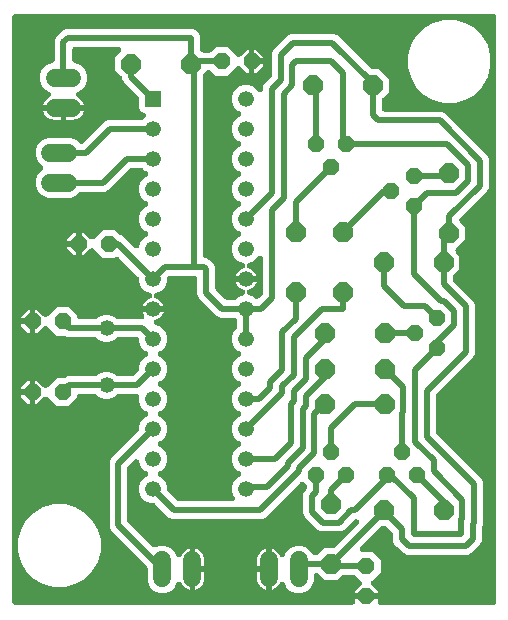
<source format=gbr>
G04 EAGLE Gerber RS-274X export*
G75*
%MOMM*%
%FSLAX34Y34*%
%LPD*%
%INBottom Copper*%
%IPPOS*%
%AMOC8*
5,1,8,0,0,1.08239X$1,22.5*%
G01*
%ADD10P,1.539592X8X202.500000*%
%ADD11P,1.539592X8X22.500000*%
%ADD12P,1.539592X8X292.500000*%
%ADD13C,1.320800*%
%ADD14P,1.429621X8X202.500000*%
%ADD15P,1.429621X8X112.500000*%
%ADD16P,1.429621X8X22.500000*%
%ADD17P,1.814519X8X202.500000*%
%ADD18P,1.814519X8X292.500000*%
%ADD19P,1.814519X8X22.500000*%
%ADD20R,1.338000X1.338000*%
%ADD21C,1.338000*%
%ADD22C,1.508000*%
%ADD23C,0.500000*%

G36*
X297938Y10005D02*
X297938Y10005D01*
X297988Y10003D01*
X298160Y10025D01*
X298333Y10041D01*
X298381Y10054D01*
X298431Y10060D01*
X298596Y10113D01*
X298764Y10159D01*
X298809Y10181D01*
X298856Y10196D01*
X299010Y10277D01*
X299166Y10352D01*
X299207Y10382D01*
X299251Y10405D01*
X299388Y10512D01*
X299528Y10614D01*
X299563Y10650D01*
X299602Y10681D01*
X299718Y10811D01*
X299838Y10936D01*
X299865Y10978D01*
X299899Y11016D01*
X299989Y11164D01*
X300085Y11308D01*
X300105Y11354D01*
X300131Y11397D01*
X300193Y11559D01*
X300262Y11719D01*
X300273Y11767D01*
X300291Y11814D01*
X300324Y11985D01*
X300363Y12154D01*
X300366Y12204D01*
X300375Y12253D01*
X300387Y12500D01*
X300387Y14801D01*
X310000Y14801D01*
X319613Y14801D01*
X319613Y12500D01*
X319617Y12450D01*
X319615Y12400D01*
X319637Y12228D01*
X319653Y12055D01*
X319666Y12007D01*
X319672Y11957D01*
X319725Y11792D01*
X319771Y11624D01*
X319793Y11579D01*
X319808Y11532D01*
X319889Y11378D01*
X319964Y11222D01*
X319994Y11181D01*
X320017Y11137D01*
X320124Y11000D01*
X320226Y10860D01*
X320262Y10825D01*
X320293Y10786D01*
X320423Y10670D01*
X320548Y10550D01*
X320590Y10523D01*
X320628Y10489D01*
X320776Y10399D01*
X320920Y10303D01*
X320966Y10283D01*
X321009Y10257D01*
X321171Y10195D01*
X321331Y10126D01*
X321379Y10115D01*
X321426Y10097D01*
X321597Y10064D01*
X321766Y10025D01*
X321816Y10022D01*
X321865Y10013D01*
X322112Y10001D01*
X417500Y10001D01*
X417550Y10005D01*
X417600Y10003D01*
X417772Y10025D01*
X417945Y10041D01*
X417993Y10054D01*
X418043Y10060D01*
X418208Y10113D01*
X418376Y10159D01*
X418421Y10181D01*
X418468Y10196D01*
X418622Y10277D01*
X418778Y10352D01*
X418819Y10382D01*
X418863Y10405D01*
X419000Y10512D01*
X419140Y10614D01*
X419175Y10650D01*
X419214Y10681D01*
X419330Y10811D01*
X419450Y10936D01*
X419477Y10978D01*
X419511Y11016D01*
X419601Y11164D01*
X419697Y11308D01*
X419717Y11354D01*
X419743Y11397D01*
X419805Y11559D01*
X419874Y11719D01*
X419885Y11767D01*
X419903Y11814D01*
X419936Y11985D01*
X419975Y12154D01*
X419978Y12204D01*
X419987Y12253D01*
X419999Y12500D01*
X419999Y507500D01*
X419995Y507550D01*
X419997Y507600D01*
X419975Y507772D01*
X419959Y507945D01*
X419946Y507993D01*
X419940Y508043D01*
X419887Y508208D01*
X419841Y508376D01*
X419819Y508421D01*
X419804Y508468D01*
X419723Y508622D01*
X419648Y508778D01*
X419618Y508819D01*
X419595Y508863D01*
X419488Y509000D01*
X419386Y509140D01*
X419350Y509175D01*
X419319Y509214D01*
X419189Y509330D01*
X419064Y509450D01*
X419022Y509477D01*
X418984Y509511D01*
X418836Y509601D01*
X418692Y509697D01*
X418646Y509717D01*
X418603Y509743D01*
X418441Y509805D01*
X418281Y509874D01*
X418233Y509885D01*
X418186Y509903D01*
X418015Y509936D01*
X417846Y509975D01*
X417796Y509978D01*
X417747Y509987D01*
X417500Y509999D01*
X12500Y509999D01*
X12450Y509995D01*
X12400Y509997D01*
X12228Y509975D01*
X12055Y509959D01*
X12007Y509946D01*
X11957Y509940D01*
X11792Y509887D01*
X11624Y509841D01*
X11579Y509819D01*
X11532Y509804D01*
X11378Y509723D01*
X11222Y509648D01*
X11181Y509618D01*
X11137Y509595D01*
X11000Y509488D01*
X10860Y509386D01*
X10825Y509350D01*
X10786Y509319D01*
X10670Y509189D01*
X10550Y509064D01*
X10523Y509022D01*
X10489Y508984D01*
X10399Y508836D01*
X10303Y508692D01*
X10283Y508646D01*
X10257Y508603D01*
X10195Y508441D01*
X10126Y508281D01*
X10115Y508233D01*
X10097Y508186D01*
X10064Y508015D01*
X10025Y507846D01*
X10022Y507796D01*
X10013Y507747D01*
X10001Y507500D01*
X10001Y12500D01*
X10005Y12450D01*
X10003Y12400D01*
X10025Y12228D01*
X10041Y12055D01*
X10054Y12007D01*
X10060Y11957D01*
X10113Y11792D01*
X10159Y11624D01*
X10181Y11579D01*
X10196Y11532D01*
X10277Y11378D01*
X10352Y11222D01*
X10382Y11181D01*
X10405Y11137D01*
X10512Y11000D01*
X10614Y10860D01*
X10650Y10825D01*
X10681Y10786D01*
X10811Y10670D01*
X10936Y10550D01*
X10978Y10523D01*
X11016Y10489D01*
X11164Y10399D01*
X11308Y10303D01*
X11354Y10283D01*
X11397Y10257D01*
X11559Y10195D01*
X11719Y10126D01*
X11767Y10115D01*
X11814Y10097D01*
X11985Y10064D01*
X12154Y10025D01*
X12204Y10022D01*
X12253Y10013D01*
X12500Y10001D01*
X297888Y10001D01*
X297938Y10005D01*
G37*
%LPC*%
G36*
X310000Y19799D02*
X310000Y19799D01*
X300387Y19799D01*
X300387Y21282D01*
X305571Y26465D01*
X305603Y26503D01*
X305640Y26537D01*
X305746Y26675D01*
X305857Y26808D01*
X305882Y26851D01*
X305912Y26891D01*
X305992Y27045D01*
X306078Y27196D01*
X306094Y27243D01*
X306117Y27288D01*
X306168Y27453D01*
X306226Y27618D01*
X306234Y27667D01*
X306248Y27715D01*
X306269Y27887D01*
X306297Y28059D01*
X306296Y28109D01*
X306301Y28158D01*
X306291Y28332D01*
X306288Y28505D01*
X306278Y28554D01*
X306275Y28604D01*
X306234Y28773D01*
X306199Y28943D01*
X306181Y28990D01*
X306169Y29038D01*
X306099Y29197D01*
X306035Y29358D01*
X306008Y29401D01*
X305988Y29447D01*
X305890Y29590D01*
X305798Y29738D01*
X305765Y29775D01*
X305737Y29816D01*
X305571Y29999D01*
X301103Y34467D01*
X300960Y34587D01*
X300820Y34711D01*
X300788Y34730D01*
X300760Y34754D01*
X300598Y34846D01*
X300438Y34943D01*
X300404Y34956D01*
X300372Y34974D01*
X300196Y35036D01*
X300021Y35103D01*
X299985Y35110D01*
X299950Y35123D01*
X299766Y35152D01*
X299583Y35187D01*
X299532Y35190D01*
X299509Y35193D01*
X299472Y35192D01*
X299336Y35199D01*
X290561Y35199D01*
X290375Y35183D01*
X290188Y35171D01*
X290153Y35163D01*
X290116Y35159D01*
X289935Y35110D01*
X289754Y35066D01*
X289721Y35051D01*
X289685Y35041D01*
X289516Y34960D01*
X289346Y34884D01*
X289316Y34864D01*
X289282Y34848D01*
X289131Y34738D01*
X288977Y34633D01*
X288939Y34599D01*
X288920Y34586D01*
X288895Y34559D01*
X288793Y34467D01*
X285543Y31217D01*
X274457Y31217D01*
X269507Y36167D01*
X269402Y36254D01*
X269304Y36349D01*
X269231Y36397D01*
X269164Y36453D01*
X269046Y36521D01*
X268932Y36596D01*
X268852Y36631D01*
X268776Y36674D01*
X268647Y36719D01*
X268521Y36773D01*
X268437Y36793D01*
X268355Y36822D01*
X268219Y36844D01*
X268086Y36875D01*
X268000Y36879D01*
X267914Y36893D01*
X267777Y36890D01*
X267640Y36897D01*
X267554Y36886D01*
X267467Y36884D01*
X267333Y36857D01*
X267197Y36839D01*
X267114Y36813D01*
X267029Y36796D01*
X266902Y36745D01*
X266772Y36704D01*
X266695Y36663D01*
X266614Y36631D01*
X266498Y36558D01*
X266377Y36494D01*
X266309Y36441D01*
X266235Y36395D01*
X266133Y36303D01*
X266026Y36218D01*
X265968Y36153D01*
X265904Y36095D01*
X265820Y35986D01*
X265729Y35884D01*
X265684Y35810D01*
X265631Y35741D01*
X265568Y35619D01*
X265497Y35502D01*
X265466Y35421D01*
X265426Y35344D01*
X265386Y35213D01*
X265337Y35086D01*
X265320Y35000D01*
X265295Y34917D01*
X265279Y34781D01*
X265253Y34647D01*
X265246Y34510D01*
X265242Y34473D01*
X265243Y34450D01*
X265241Y34400D01*
X265241Y29965D01*
X263332Y25356D01*
X259804Y21828D01*
X255195Y19919D01*
X250205Y19919D01*
X245596Y21828D01*
X242068Y25356D01*
X240951Y28054D01*
X240933Y28089D01*
X240920Y28125D01*
X240829Y28287D01*
X240744Y28450D01*
X240720Y28481D01*
X240701Y28515D01*
X240583Y28657D01*
X240469Y28803D01*
X240441Y28829D01*
X240416Y28858D01*
X240275Y28977D01*
X240137Y29101D01*
X240104Y29121D01*
X240074Y29146D01*
X239914Y29238D01*
X239756Y29335D01*
X239720Y29349D01*
X239687Y29368D01*
X239512Y29430D01*
X239340Y29498D01*
X239302Y29505D01*
X239266Y29518D01*
X239084Y29548D01*
X238902Y29584D01*
X238863Y29584D01*
X238825Y29591D01*
X238640Y29588D01*
X238455Y29590D01*
X238417Y29584D01*
X238378Y29583D01*
X238197Y29548D01*
X238015Y29517D01*
X237978Y29504D01*
X237940Y29497D01*
X237768Y29429D01*
X237594Y29367D01*
X237560Y29348D01*
X237524Y29333D01*
X237367Y29236D01*
X237207Y29144D01*
X237177Y29119D01*
X237144Y29099D01*
X237006Y28975D01*
X236865Y28856D01*
X236841Y28826D01*
X236812Y28800D01*
X236699Y28654D01*
X236581Y28512D01*
X236562Y28478D01*
X236538Y28447D01*
X236415Y28233D01*
X235888Y27198D01*
X234959Y25919D01*
X233841Y24801D01*
X232562Y23872D01*
X231154Y23155D01*
X229799Y22715D01*
X229799Y40000D01*
X229799Y57285D01*
X231154Y56845D01*
X232562Y56128D01*
X233841Y55199D01*
X234959Y54081D01*
X235888Y52802D01*
X236415Y51767D01*
X236436Y51735D01*
X236451Y51699D01*
X236554Y51546D01*
X236653Y51389D01*
X236679Y51360D01*
X236700Y51328D01*
X236829Y51196D01*
X236954Y51059D01*
X236984Y51036D01*
X237011Y51008D01*
X237162Y50900D01*
X237309Y50788D01*
X237343Y50770D01*
X237375Y50748D01*
X237542Y50669D01*
X237706Y50584D01*
X237743Y50573D01*
X237778Y50557D01*
X237957Y50508D01*
X238134Y50455D01*
X238172Y50451D01*
X238210Y50440D01*
X238395Y50425D01*
X238578Y50404D01*
X238616Y50406D01*
X238655Y50403D01*
X238839Y50420D01*
X239023Y50432D01*
X239061Y50441D01*
X239100Y50445D01*
X239277Y50495D01*
X239457Y50539D01*
X239492Y50555D01*
X239530Y50566D01*
X239696Y50646D01*
X239864Y50722D01*
X239896Y50744D01*
X239931Y50761D01*
X240080Y50870D01*
X240233Y50975D01*
X240261Y51002D01*
X240292Y51025D01*
X240419Y51158D01*
X240551Y51289D01*
X240573Y51321D01*
X240600Y51349D01*
X240701Y51503D01*
X240807Y51654D01*
X240824Y51690D01*
X240845Y51722D01*
X240951Y51946D01*
X242068Y54644D01*
X245596Y58172D01*
X250205Y60081D01*
X255195Y60081D01*
X259804Y58172D01*
X263332Y54644D01*
X263746Y53644D01*
X263749Y53638D01*
X263751Y53632D01*
X263852Y53440D01*
X263953Y53248D01*
X263957Y53243D01*
X263960Y53237D01*
X264094Y53067D01*
X264227Y52895D01*
X264232Y52891D01*
X264236Y52886D01*
X264397Y52743D01*
X264560Y52597D01*
X264566Y52594D01*
X264570Y52589D01*
X264753Y52478D01*
X264940Y52363D01*
X264946Y52361D01*
X264952Y52357D01*
X265155Y52279D01*
X265356Y52200D01*
X265363Y52199D01*
X265369Y52197D01*
X265583Y52156D01*
X265795Y52114D01*
X265801Y52114D01*
X265808Y52113D01*
X266055Y52101D01*
X267539Y52101D01*
X267725Y52117D01*
X267912Y52129D01*
X267947Y52137D01*
X267984Y52141D01*
X268165Y52190D01*
X268346Y52234D01*
X268379Y52249D01*
X268415Y52259D01*
X268584Y52340D01*
X268754Y52416D01*
X268784Y52436D01*
X268818Y52452D01*
X268969Y52562D01*
X269123Y52667D01*
X269161Y52701D01*
X269180Y52714D01*
X269205Y52741D01*
X269307Y52833D01*
X274457Y57983D01*
X281740Y57983D01*
X281926Y57999D01*
X282112Y58011D01*
X282148Y58019D01*
X282185Y58023D01*
X282365Y58072D01*
X282546Y58116D01*
X282580Y58131D01*
X282615Y58141D01*
X282784Y58222D01*
X282954Y58298D01*
X282985Y58318D01*
X283018Y58334D01*
X283169Y58444D01*
X283324Y58549D01*
X283361Y58583D01*
X283380Y58596D01*
X283406Y58623D01*
X283507Y58715D01*
X303025Y78233D01*
X303113Y78338D01*
X303208Y78436D01*
X303256Y78509D01*
X303312Y78576D01*
X303379Y78694D01*
X303455Y78808D01*
X303489Y78888D01*
X303532Y78964D01*
X303578Y79093D01*
X303632Y79219D01*
X303652Y79303D01*
X303680Y79385D01*
X303702Y79521D01*
X303733Y79654D01*
X303737Y79740D01*
X303751Y79826D01*
X303748Y79963D01*
X303755Y80100D01*
X303744Y80186D01*
X303742Y80273D01*
X303715Y80407D01*
X303698Y80543D01*
X303671Y80626D01*
X303654Y80711D01*
X303603Y80838D01*
X303562Y80968D01*
X303521Y81045D01*
X303489Y81126D01*
X303417Y81242D01*
X303353Y81363D01*
X303299Y81431D01*
X303253Y81505D01*
X303161Y81607D01*
X303077Y81714D01*
X303012Y81772D01*
X302953Y81836D01*
X302845Y81920D01*
X302742Y82011D01*
X302668Y82056D01*
X302599Y82109D01*
X302477Y82172D01*
X302361Y82243D01*
X302280Y82274D01*
X302202Y82314D01*
X302072Y82354D01*
X301944Y82403D01*
X301858Y82420D01*
X301775Y82445D01*
X301640Y82461D01*
X301505Y82487D01*
X301368Y82494D01*
X301332Y82498D01*
X301308Y82497D01*
X301258Y82499D01*
X301203Y82499D01*
X301017Y82483D01*
X300831Y82471D01*
X300795Y82463D01*
X300758Y82459D01*
X300577Y82410D01*
X300397Y82366D01*
X300363Y82351D01*
X300327Y82341D01*
X300159Y82260D01*
X299988Y82184D01*
X299958Y82164D01*
X299924Y82148D01*
X299773Y82038D01*
X299619Y81933D01*
X299581Y81899D01*
X299562Y81886D01*
X299545Y81867D01*
X299542Y81865D01*
X299531Y81854D01*
X299435Y81767D01*
X290827Y73159D01*
X288071Y72017D01*
X271929Y72017D01*
X269173Y73159D01*
X257759Y84573D01*
X256617Y87329D01*
X256617Y103471D01*
X257759Y106227D01*
X259067Y107535D01*
X259187Y107679D01*
X259311Y107818D01*
X259330Y107850D01*
X259354Y107878D01*
X259446Y108040D01*
X259543Y108200D01*
X259556Y108234D01*
X259574Y108267D01*
X259636Y108443D01*
X259703Y108617D01*
X259710Y108653D01*
X259723Y108688D01*
X259752Y108872D01*
X259787Y109056D01*
X259790Y109106D01*
X259793Y109129D01*
X259792Y109166D01*
X259799Y109303D01*
X259799Y110054D01*
X259783Y110240D01*
X259771Y110426D01*
X259763Y110462D01*
X259759Y110499D01*
X259710Y110679D01*
X259666Y110860D01*
X259651Y110894D01*
X259641Y110930D01*
X259560Y111098D01*
X259484Y111268D01*
X259464Y111299D01*
X259448Y111332D01*
X259338Y111484D01*
X259233Y111638D01*
X259200Y111675D01*
X259186Y111694D01*
X259159Y111720D01*
X259067Y111821D01*
X257515Y113373D01*
X257477Y113405D01*
X257443Y113442D01*
X257306Y113548D01*
X257172Y113660D01*
X257129Y113684D01*
X257089Y113715D01*
X256935Y113795D01*
X256784Y113880D01*
X256737Y113897D01*
X256692Y113920D01*
X256527Y113971D01*
X256363Y114028D01*
X256313Y114036D01*
X256265Y114051D01*
X256093Y114072D01*
X255922Y114099D01*
X255872Y114098D01*
X255822Y114104D01*
X255648Y114094D01*
X255475Y114090D01*
X255426Y114080D01*
X255376Y114077D01*
X255207Y114036D01*
X255037Y114002D01*
X254991Y113984D01*
X254942Y113972D01*
X254783Y113901D01*
X254622Y113837D01*
X254580Y113811D01*
X254534Y113790D01*
X254390Y113693D01*
X254243Y113601D01*
X254206Y113567D01*
X254164Y113539D01*
X253981Y113373D01*
X224249Y83641D01*
X221492Y82499D01*
X145938Y82499D01*
X143181Y83641D01*
X131145Y95677D01*
X131002Y95797D01*
X130862Y95921D01*
X130831Y95940D01*
X130802Y95964D01*
X130640Y96056D01*
X130481Y96153D01*
X130446Y96166D01*
X130414Y96184D01*
X130238Y96246D01*
X130064Y96313D01*
X130027Y96320D01*
X129993Y96333D01*
X129808Y96362D01*
X129625Y96397D01*
X129575Y96400D01*
X129551Y96403D01*
X129514Y96402D01*
X129378Y96409D01*
X127005Y96409D01*
X122708Y98189D01*
X119419Y101478D01*
X117639Y105775D01*
X117639Y110425D01*
X119419Y114722D01*
X122708Y118011D01*
X123867Y118491D01*
X123988Y118554D01*
X124113Y118609D01*
X124185Y118658D01*
X124262Y118698D01*
X124371Y118782D01*
X124484Y118858D01*
X124546Y118919D01*
X124615Y118972D01*
X124706Y119074D01*
X124805Y119170D01*
X124855Y119240D01*
X124913Y119305D01*
X124985Y119422D01*
X125065Y119533D01*
X125102Y119612D01*
X125147Y119686D01*
X125197Y119813D01*
X125256Y119937D01*
X125278Y120021D01*
X125310Y120102D01*
X125336Y120236D01*
X125372Y120368D01*
X125379Y120455D01*
X125396Y120540D01*
X125398Y120677D01*
X125410Y120813D01*
X125401Y120900D01*
X125403Y120987D01*
X125380Y121122D01*
X125367Y121258D01*
X125344Y121341D01*
X125330Y121427D01*
X125284Y121556D01*
X125247Y121688D01*
X125209Y121766D01*
X125179Y121848D01*
X125111Y121967D01*
X125051Y122090D01*
X125000Y122160D01*
X124956Y122235D01*
X124868Y122340D01*
X124787Y122450D01*
X124725Y122510D01*
X124668Y122576D01*
X124563Y122664D01*
X124464Y122758D01*
X124391Y122806D01*
X124324Y122861D01*
X124205Y122928D01*
X124090Y123003D01*
X123967Y123062D01*
X123935Y123080D01*
X123912Y123087D01*
X123867Y123109D01*
X122708Y123589D01*
X119419Y126878D01*
X117481Y131556D01*
X117438Y131639D01*
X117403Y131726D01*
X117334Y131837D01*
X117274Y131952D01*
X117216Y132026D01*
X117167Y132105D01*
X117080Y132202D01*
X117000Y132305D01*
X116930Y132367D01*
X116867Y132436D01*
X116764Y132516D01*
X116667Y132603D01*
X116587Y132652D01*
X116513Y132709D01*
X116398Y132769D01*
X116287Y132837D01*
X116199Y132871D01*
X116117Y132914D01*
X115992Y132952D01*
X115871Y133000D01*
X115779Y133018D01*
X115690Y133045D01*
X115560Y133061D01*
X115432Y133086D01*
X115339Y133087D01*
X115246Y133098D01*
X115116Y133090D01*
X114986Y133092D01*
X114893Y133077D01*
X114800Y133071D01*
X114674Y133041D01*
X114545Y133019D01*
X114457Y132988D01*
X114366Y132966D01*
X114247Y132913D01*
X114124Y132869D01*
X114043Y132822D01*
X113958Y132784D01*
X113850Y132711D01*
X113737Y132646D01*
X113666Y132586D01*
X113588Y132533D01*
X113405Y132367D01*
X108233Y127195D01*
X108113Y127052D01*
X107989Y126912D01*
X107970Y126881D01*
X107946Y126852D01*
X107854Y126690D01*
X107757Y126531D01*
X107744Y126496D01*
X107726Y126464D01*
X107664Y126288D01*
X107597Y126114D01*
X107590Y126077D01*
X107577Y126043D01*
X107548Y125858D01*
X107513Y125675D01*
X107510Y125625D01*
X107507Y125601D01*
X107508Y125564D01*
X107501Y125428D01*
X107501Y81442D01*
X107517Y81256D01*
X107529Y81070D01*
X107537Y81034D01*
X107541Y80997D01*
X107590Y80817D01*
X107634Y80636D01*
X107649Y80602D01*
X107659Y80567D01*
X107740Y80398D01*
X107816Y80228D01*
X107836Y80197D01*
X107852Y80164D01*
X107962Y80013D01*
X108067Y79858D01*
X108101Y79821D01*
X108114Y79802D01*
X108141Y79776D01*
X108233Y79675D01*
X128690Y59218D01*
X128695Y59213D01*
X128699Y59208D01*
X128866Y59071D01*
X129033Y58931D01*
X129039Y58928D01*
X129044Y58924D01*
X129233Y58817D01*
X129421Y58710D01*
X129427Y58708D01*
X129433Y58705D01*
X129637Y58634D01*
X129843Y58562D01*
X129849Y58561D01*
X129855Y58559D01*
X130070Y58526D01*
X130284Y58492D01*
X130290Y58492D01*
X130297Y58491D01*
X130516Y58496D01*
X130730Y58501D01*
X130737Y58502D01*
X130743Y58502D01*
X130958Y58546D01*
X131168Y58589D01*
X131174Y58591D01*
X131181Y58593D01*
X131414Y58676D01*
X134805Y60081D01*
X139795Y60081D01*
X144404Y58172D01*
X147932Y54644D01*
X149049Y51946D01*
X149067Y51911D01*
X149080Y51875D01*
X149171Y51713D01*
X149256Y51550D01*
X149280Y51519D01*
X149299Y51485D01*
X149417Y51343D01*
X149531Y51197D01*
X149559Y51171D01*
X149584Y51142D01*
X149725Y51023D01*
X149863Y50899D01*
X149896Y50879D01*
X149926Y50854D01*
X150086Y50762D01*
X150244Y50665D01*
X150280Y50651D01*
X150313Y50632D01*
X150488Y50570D01*
X150660Y50502D01*
X150698Y50495D01*
X150734Y50482D01*
X150916Y50452D01*
X151098Y50416D01*
X151137Y50416D01*
X151175Y50409D01*
X151360Y50412D01*
X151545Y50410D01*
X151583Y50416D01*
X151622Y50417D01*
X151803Y50452D01*
X151985Y50483D01*
X152022Y50496D01*
X152060Y50503D01*
X152232Y50571D01*
X152406Y50633D01*
X152440Y50652D01*
X152476Y50667D01*
X152633Y50764D01*
X152793Y50856D01*
X152823Y50881D01*
X152856Y50901D01*
X152993Y51025D01*
X153135Y51144D01*
X153159Y51174D01*
X153188Y51200D01*
X153301Y51346D01*
X153419Y51488D01*
X153438Y51522D01*
X153462Y51553D01*
X153585Y51767D01*
X154112Y52802D01*
X155041Y54081D01*
X156159Y55199D01*
X157438Y56128D01*
X158846Y56845D01*
X160201Y57285D01*
X160201Y40000D01*
X160201Y22715D01*
X158846Y23155D01*
X157438Y23872D01*
X156159Y24801D01*
X155041Y25919D01*
X154112Y27198D01*
X153585Y28233D01*
X153564Y28265D01*
X153549Y28301D01*
X153446Y28454D01*
X153347Y28611D01*
X153321Y28640D01*
X153300Y28672D01*
X153171Y28804D01*
X153046Y28941D01*
X153016Y28964D01*
X152989Y28992D01*
X152838Y29100D01*
X152691Y29212D01*
X152657Y29230D01*
X152625Y29252D01*
X152458Y29331D01*
X152294Y29416D01*
X152257Y29427D01*
X152222Y29443D01*
X152043Y29492D01*
X151866Y29545D01*
X151828Y29549D01*
X151790Y29560D01*
X151605Y29575D01*
X151422Y29596D01*
X151384Y29594D01*
X151345Y29597D01*
X151161Y29580D01*
X150977Y29568D01*
X150939Y29559D01*
X150900Y29555D01*
X150723Y29505D01*
X150543Y29461D01*
X150508Y29445D01*
X150470Y29434D01*
X150304Y29354D01*
X150136Y29278D01*
X150104Y29256D01*
X150069Y29239D01*
X149920Y29130D01*
X149767Y29025D01*
X149739Y28998D01*
X149708Y28975D01*
X149581Y28842D01*
X149449Y28711D01*
X149427Y28679D01*
X149400Y28651D01*
X149299Y28497D01*
X149193Y28346D01*
X149176Y28310D01*
X149155Y28278D01*
X149049Y28054D01*
X147932Y25356D01*
X144404Y21828D01*
X139795Y19919D01*
X134805Y19919D01*
X130196Y21828D01*
X126668Y25356D01*
X124759Y29965D01*
X124759Y40898D01*
X124743Y41084D01*
X124731Y41270D01*
X124723Y41306D01*
X124719Y41343D01*
X124670Y41523D01*
X124626Y41704D01*
X124611Y41738D01*
X124601Y41773D01*
X124520Y41942D01*
X124444Y42112D01*
X124424Y42143D01*
X124408Y42176D01*
X124298Y42327D01*
X124193Y42482D01*
X124159Y42519D01*
X124146Y42538D01*
X124119Y42564D01*
X124027Y42665D01*
X93641Y73051D01*
X92499Y75808D01*
X92499Y131062D01*
X93641Y133819D01*
X116907Y157085D01*
X117027Y157228D01*
X117151Y157368D01*
X117170Y157399D01*
X117194Y157428D01*
X117286Y157590D01*
X117383Y157749D01*
X117396Y157784D01*
X117414Y157816D01*
X117476Y157992D01*
X117543Y158166D01*
X117550Y158203D01*
X117563Y158237D01*
X117592Y158422D01*
X117627Y158605D01*
X117630Y158655D01*
X117633Y158679D01*
X117632Y158716D01*
X117639Y158852D01*
X117639Y161225D01*
X119419Y165522D01*
X122708Y168811D01*
X123867Y169291D01*
X123988Y169354D01*
X124113Y169409D01*
X124185Y169458D01*
X124262Y169498D01*
X124371Y169582D01*
X124484Y169658D01*
X124546Y169719D01*
X124615Y169772D01*
X124706Y169874D01*
X124805Y169970D01*
X124855Y170040D01*
X124913Y170105D01*
X124985Y170222D01*
X125065Y170333D01*
X125102Y170412D01*
X125147Y170486D01*
X125197Y170613D01*
X125256Y170737D01*
X125278Y170821D01*
X125310Y170902D01*
X125336Y171036D01*
X125372Y171168D01*
X125379Y171255D01*
X125396Y171340D01*
X125398Y171477D01*
X125410Y171613D01*
X125401Y171700D01*
X125403Y171787D01*
X125380Y171922D01*
X125367Y172058D01*
X125344Y172141D01*
X125330Y172227D01*
X125284Y172356D01*
X125247Y172488D01*
X125209Y172566D01*
X125179Y172648D01*
X125111Y172767D01*
X125051Y172890D01*
X125000Y172960D01*
X124956Y173035D01*
X124868Y173140D01*
X124787Y173250D01*
X124725Y173310D01*
X124668Y173376D01*
X124563Y173464D01*
X124464Y173558D01*
X124391Y173606D01*
X124324Y173661D01*
X124205Y173728D01*
X124090Y173803D01*
X123967Y173862D01*
X123935Y173880D01*
X123912Y173887D01*
X123867Y173909D01*
X122708Y174389D01*
X119419Y177678D01*
X117639Y181975D01*
X117639Y185870D01*
X117635Y185920D01*
X117637Y185970D01*
X117615Y186142D01*
X117599Y186315D01*
X117586Y186363D01*
X117580Y186413D01*
X117527Y186578D01*
X117481Y186746D01*
X117459Y186791D01*
X117444Y186838D01*
X117363Y186992D01*
X117288Y187148D01*
X117258Y187189D01*
X117235Y187233D01*
X117128Y187370D01*
X117026Y187510D01*
X116990Y187545D01*
X116959Y187584D01*
X116829Y187700D01*
X116704Y187820D01*
X116662Y187847D01*
X116624Y187881D01*
X116476Y187971D01*
X116332Y188067D01*
X116286Y188087D01*
X116243Y188113D01*
X116081Y188175D01*
X115921Y188244D01*
X115873Y188255D01*
X115826Y188273D01*
X115655Y188306D01*
X115486Y188345D01*
X115436Y188348D01*
X115387Y188357D01*
X115140Y188369D01*
X99946Y188369D01*
X99760Y188353D01*
X99574Y188341D01*
X99538Y188333D01*
X99501Y188329D01*
X99321Y188280D01*
X99140Y188236D01*
X99106Y188221D01*
X99070Y188211D01*
X98902Y188130D01*
X98732Y188054D01*
X98701Y188034D01*
X98668Y188018D01*
X98517Y187908D01*
X98362Y187803D01*
X98325Y187769D01*
X98306Y187756D01*
X98280Y187729D01*
X98179Y187637D01*
X96573Y186032D01*
X92308Y184265D01*
X87692Y184265D01*
X83427Y186032D01*
X81821Y187637D01*
X81678Y187757D01*
X81538Y187881D01*
X81507Y187900D01*
X81478Y187924D01*
X81316Y188016D01*
X81157Y188113D01*
X81122Y188126D01*
X81090Y188144D01*
X80914Y188206D01*
X80740Y188273D01*
X80704Y188280D01*
X80669Y188293D01*
X80484Y188322D01*
X80301Y188357D01*
X80251Y188360D01*
X80228Y188363D01*
X80191Y188362D01*
X80054Y188369D01*
X67312Y188369D01*
X67262Y188365D01*
X67212Y188367D01*
X67040Y188345D01*
X66867Y188329D01*
X66819Y188316D01*
X66769Y188310D01*
X66604Y188257D01*
X66436Y188211D01*
X66391Y188189D01*
X66344Y188174D01*
X66190Y188093D01*
X66034Y188018D01*
X65993Y187988D01*
X65949Y187965D01*
X65812Y187858D01*
X65672Y187756D01*
X65637Y187720D01*
X65598Y187689D01*
X65482Y187559D01*
X65362Y187434D01*
X65335Y187392D01*
X65301Y187354D01*
X65211Y187206D01*
X65115Y187062D01*
X65095Y187016D01*
X65069Y186973D01*
X65007Y186811D01*
X64938Y186651D01*
X64927Y186603D01*
X64909Y186556D01*
X64876Y186385D01*
X64837Y186216D01*
X64834Y186166D01*
X64825Y186117D01*
X64813Y185870D01*
X64813Y184983D01*
X57717Y177887D01*
X47683Y177887D01*
X39999Y185571D01*
X39961Y185603D01*
X39927Y185640D01*
X39790Y185746D01*
X39657Y185857D01*
X39613Y185882D01*
X39573Y185912D01*
X39419Y185992D01*
X39268Y186078D01*
X39221Y186094D01*
X39177Y186117D01*
X39011Y186168D01*
X38847Y186226D01*
X38797Y186234D01*
X38750Y186248D01*
X38578Y186269D01*
X38406Y186297D01*
X38356Y186296D01*
X38306Y186301D01*
X38133Y186291D01*
X37959Y186288D01*
X37910Y186278D01*
X37860Y186275D01*
X37691Y186234D01*
X37521Y186199D01*
X37475Y186181D01*
X37426Y186169D01*
X37268Y186099D01*
X37106Y186035D01*
X37064Y186008D01*
X37018Y185988D01*
X36875Y185890D01*
X36727Y185798D01*
X36690Y185765D01*
X36648Y185737D01*
X36465Y185571D01*
X31282Y180387D01*
X29799Y180387D01*
X29799Y190000D01*
X29799Y199613D01*
X31282Y199613D01*
X36465Y194429D01*
X36503Y194397D01*
X36537Y194360D01*
X36675Y194254D01*
X36808Y194143D01*
X36851Y194118D01*
X36891Y194088D01*
X37045Y194008D01*
X37196Y193922D01*
X37243Y193906D01*
X37288Y193883D01*
X37453Y193832D01*
X37618Y193774D01*
X37667Y193766D01*
X37715Y193752D01*
X37887Y193731D01*
X38059Y193703D01*
X38109Y193704D01*
X38158Y193699D01*
X38332Y193709D01*
X38505Y193712D01*
X38554Y193722D01*
X38604Y193725D01*
X38773Y193766D01*
X38943Y193801D01*
X38990Y193819D01*
X39038Y193831D01*
X39197Y193901D01*
X39358Y193965D01*
X39401Y193992D01*
X39447Y194012D01*
X39590Y194110D01*
X39738Y194202D01*
X39775Y194235D01*
X39816Y194263D01*
X39999Y194429D01*
X47683Y202113D01*
X53544Y202113D01*
X53686Y202126D01*
X53830Y202129D01*
X53908Y202145D01*
X53989Y202153D01*
X54127Y202191D01*
X54267Y202220D01*
X54383Y202261D01*
X54419Y202271D01*
X54444Y202283D01*
X54500Y202303D01*
X57078Y203371D01*
X80054Y203371D01*
X80240Y203387D01*
X80426Y203399D01*
X80462Y203407D01*
X80499Y203411D01*
X80679Y203460D01*
X80860Y203504D01*
X80894Y203519D01*
X80930Y203529D01*
X81098Y203610D01*
X81268Y203686D01*
X81299Y203706D01*
X81332Y203722D01*
X81483Y203832D01*
X81638Y203937D01*
X81675Y203971D01*
X81694Y203984D01*
X81720Y204011D01*
X81821Y204103D01*
X83427Y205708D01*
X87692Y207475D01*
X92308Y207475D01*
X96573Y205708D01*
X98179Y204103D01*
X98322Y203983D01*
X98462Y203859D01*
X98493Y203840D01*
X98522Y203816D01*
X98684Y203724D01*
X98843Y203627D01*
X98878Y203614D01*
X98910Y203596D01*
X99086Y203534D01*
X99260Y203467D01*
X99296Y203460D01*
X99331Y203447D01*
X99516Y203418D01*
X99699Y203383D01*
X99749Y203380D01*
X99772Y203377D01*
X99809Y203378D01*
X99946Y203371D01*
X111358Y203371D01*
X111544Y203387D01*
X111730Y203399D01*
X111766Y203407D01*
X111803Y203411D01*
X111983Y203460D01*
X112164Y203504D01*
X112198Y203519D01*
X112233Y203529D01*
X112402Y203610D01*
X112572Y203686D01*
X112603Y203706D01*
X112636Y203722D01*
X112787Y203832D01*
X112942Y203937D01*
X112979Y203971D01*
X112998Y203984D01*
X113024Y204011D01*
X113125Y204103D01*
X116907Y207885D01*
X117027Y208028D01*
X117151Y208168D01*
X117170Y208199D01*
X117194Y208228D01*
X117286Y208390D01*
X117383Y208549D01*
X117396Y208584D01*
X117414Y208616D01*
X117476Y208792D01*
X117543Y208966D01*
X117550Y209003D01*
X117563Y209037D01*
X117592Y209222D01*
X117627Y209405D01*
X117630Y209455D01*
X117633Y209479D01*
X117632Y209516D01*
X117639Y209652D01*
X117639Y212025D01*
X119419Y216322D01*
X122708Y219611D01*
X123867Y220091D01*
X123988Y220154D01*
X124113Y220209D01*
X124185Y220258D01*
X124262Y220298D01*
X124371Y220382D01*
X124484Y220458D01*
X124546Y220519D01*
X124615Y220572D01*
X124706Y220674D01*
X124805Y220770D01*
X124855Y220840D01*
X124913Y220905D01*
X124985Y221022D01*
X125065Y221133D01*
X125102Y221212D01*
X125147Y221286D01*
X125197Y221413D01*
X125256Y221537D01*
X125278Y221621D01*
X125310Y221702D01*
X125336Y221836D01*
X125372Y221968D01*
X125379Y222055D01*
X125396Y222140D01*
X125398Y222277D01*
X125410Y222413D01*
X125401Y222500D01*
X125403Y222587D01*
X125380Y222722D01*
X125367Y222858D01*
X125344Y222941D01*
X125330Y223027D01*
X125284Y223156D01*
X125247Y223288D01*
X125209Y223366D01*
X125179Y223448D01*
X125111Y223567D01*
X125051Y223690D01*
X125000Y223760D01*
X124956Y223835D01*
X124868Y223940D01*
X124787Y224050D01*
X124725Y224110D01*
X124668Y224176D01*
X124563Y224264D01*
X124464Y224358D01*
X124391Y224406D01*
X124324Y224461D01*
X124205Y224528D01*
X124090Y224603D01*
X123967Y224662D01*
X123935Y224680D01*
X123912Y224687D01*
X123867Y224709D01*
X122708Y225189D01*
X119419Y228478D01*
X117639Y232775D01*
X117639Y234130D01*
X117635Y234180D01*
X117637Y234230D01*
X117615Y234402D01*
X117599Y234575D01*
X117586Y234623D01*
X117580Y234673D01*
X117527Y234838D01*
X117481Y235006D01*
X117459Y235051D01*
X117444Y235098D01*
X117363Y235252D01*
X117288Y235408D01*
X117258Y235449D01*
X117235Y235493D01*
X117128Y235630D01*
X117026Y235770D01*
X116990Y235805D01*
X116959Y235844D01*
X116829Y235960D01*
X116704Y236080D01*
X116662Y236107D01*
X116624Y236141D01*
X116476Y236231D01*
X116332Y236327D01*
X116286Y236347D01*
X116243Y236373D01*
X116081Y236435D01*
X115921Y236504D01*
X115873Y236515D01*
X115826Y236533D01*
X115655Y236566D01*
X115486Y236605D01*
X115436Y236608D01*
X115387Y236617D01*
X115140Y236629D01*
X99946Y236629D01*
X99760Y236613D01*
X99574Y236601D01*
X99538Y236593D01*
X99501Y236589D01*
X99321Y236540D01*
X99140Y236496D01*
X99106Y236481D01*
X99070Y236471D01*
X98902Y236390D01*
X98732Y236314D01*
X98701Y236294D01*
X98668Y236278D01*
X98516Y236168D01*
X98362Y236063D01*
X98325Y236030D01*
X98306Y236016D01*
X98280Y235989D01*
X98179Y235897D01*
X96574Y234292D01*
X92308Y232525D01*
X87692Y232525D01*
X83426Y234292D01*
X81821Y235897D01*
X81678Y236017D01*
X81538Y236141D01*
X81507Y236160D01*
X81478Y236184D01*
X81316Y236276D01*
X81157Y236373D01*
X81122Y236386D01*
X81090Y236404D01*
X80914Y236466D01*
X80740Y236533D01*
X80704Y236540D01*
X80669Y236553D01*
X80484Y236582D01*
X80301Y236617D01*
X80251Y236620D01*
X80228Y236623D01*
X80191Y236622D01*
X80054Y236629D01*
X57078Y236629D01*
X54500Y237697D01*
X54364Y237740D01*
X54230Y237791D01*
X54151Y237806D01*
X54074Y237830D01*
X53932Y237848D01*
X53791Y237875D01*
X53668Y237881D01*
X53631Y237886D01*
X53604Y237884D01*
X53544Y237887D01*
X47683Y237887D01*
X39999Y245571D01*
X39961Y245603D01*
X39927Y245640D01*
X39790Y245746D01*
X39657Y245857D01*
X39613Y245882D01*
X39573Y245912D01*
X39419Y245992D01*
X39268Y246078D01*
X39221Y246094D01*
X39177Y246117D01*
X39011Y246168D01*
X38847Y246226D01*
X38797Y246234D01*
X38750Y246248D01*
X38578Y246269D01*
X38406Y246297D01*
X38356Y246296D01*
X38306Y246301D01*
X38133Y246291D01*
X37959Y246288D01*
X37910Y246278D01*
X37860Y246275D01*
X37691Y246234D01*
X37521Y246199D01*
X37475Y246181D01*
X37426Y246169D01*
X37268Y246099D01*
X37106Y246035D01*
X37064Y246008D01*
X37018Y245988D01*
X36875Y245890D01*
X36727Y245798D01*
X36690Y245765D01*
X36648Y245737D01*
X36465Y245571D01*
X31282Y240387D01*
X29799Y240387D01*
X29799Y250000D01*
X29799Y259613D01*
X31282Y259613D01*
X36465Y254429D01*
X36503Y254397D01*
X36537Y254360D01*
X36675Y254254D01*
X36808Y254143D01*
X36851Y254118D01*
X36891Y254088D01*
X37045Y254008D01*
X37196Y253922D01*
X37243Y253906D01*
X37288Y253883D01*
X37453Y253832D01*
X37618Y253774D01*
X37667Y253766D01*
X37715Y253752D01*
X37887Y253731D01*
X38059Y253703D01*
X38109Y253704D01*
X38158Y253699D01*
X38332Y253709D01*
X38505Y253712D01*
X38554Y253722D01*
X38604Y253725D01*
X38773Y253766D01*
X38943Y253801D01*
X38990Y253819D01*
X39038Y253831D01*
X39197Y253901D01*
X39358Y253965D01*
X39401Y253992D01*
X39447Y254012D01*
X39590Y254110D01*
X39738Y254202D01*
X39775Y254235D01*
X39816Y254263D01*
X39999Y254429D01*
X47683Y262113D01*
X57717Y262113D01*
X64813Y255017D01*
X64813Y254130D01*
X64817Y254080D01*
X64815Y254030D01*
X64837Y253858D01*
X64853Y253685D01*
X64866Y253637D01*
X64872Y253587D01*
X64925Y253422D01*
X64971Y253254D01*
X64993Y253209D01*
X65008Y253162D01*
X65089Y253008D01*
X65164Y252852D01*
X65194Y252811D01*
X65217Y252767D01*
X65324Y252630D01*
X65426Y252490D01*
X65462Y252455D01*
X65493Y252416D01*
X65623Y252300D01*
X65748Y252180D01*
X65790Y252153D01*
X65828Y252119D01*
X65976Y252029D01*
X66120Y251933D01*
X66166Y251913D01*
X66209Y251887D01*
X66371Y251825D01*
X66531Y251756D01*
X66579Y251745D01*
X66626Y251727D01*
X66797Y251694D01*
X66966Y251655D01*
X67016Y251652D01*
X67065Y251643D01*
X67312Y251631D01*
X80054Y251631D01*
X80240Y251647D01*
X80426Y251659D01*
X80462Y251667D01*
X80499Y251671D01*
X80679Y251720D01*
X80860Y251764D01*
X80894Y251779D01*
X80930Y251789D01*
X81098Y251870D01*
X81268Y251946D01*
X81299Y251966D01*
X81332Y251982D01*
X81484Y252092D01*
X81638Y252197D01*
X81675Y252230D01*
X81694Y252244D01*
X81720Y252271D01*
X81821Y252363D01*
X83426Y253968D01*
X87692Y255735D01*
X92308Y255735D01*
X96574Y253968D01*
X98179Y252363D01*
X98322Y252243D01*
X98462Y252119D01*
X98493Y252100D01*
X98522Y252076D01*
X98684Y251984D01*
X98843Y251887D01*
X98878Y251874D01*
X98910Y251856D01*
X99086Y251794D01*
X99260Y251727D01*
X99296Y251720D01*
X99331Y251707D01*
X99516Y251678D01*
X99699Y251643D01*
X99749Y251640D01*
X99772Y251637D01*
X99809Y251638D01*
X99946Y251631D01*
X119508Y251631D01*
X119672Y251645D01*
X119836Y251652D01*
X119894Y251665D01*
X119953Y251671D01*
X120112Y251714D01*
X120272Y251750D01*
X120327Y251773D01*
X120384Y251789D01*
X120532Y251860D01*
X120683Y251924D01*
X120733Y251957D01*
X120787Y251982D01*
X120920Y252079D01*
X121057Y252168D01*
X121100Y252209D01*
X121149Y252244D01*
X121262Y252362D01*
X121382Y252475D01*
X121417Y252524D01*
X121458Y252566D01*
X121549Y252703D01*
X121646Y252835D01*
X121672Y252889D01*
X121705Y252938D01*
X121770Y253089D01*
X121843Y253237D01*
X121859Y253294D01*
X121882Y253349D01*
X121920Y253508D01*
X121964Y253666D01*
X121970Y253726D01*
X121984Y253784D01*
X121992Y253947D01*
X122008Y254111D01*
X122003Y254170D01*
X122006Y254230D01*
X121985Y254392D01*
X121971Y254556D01*
X121956Y254614D01*
X121948Y254673D01*
X121898Y254829D01*
X121856Y254988D01*
X121831Y255042D01*
X121812Y255098D01*
X121736Y255243D01*
X121666Y255392D01*
X121619Y255463D01*
X121603Y255493D01*
X121582Y255521D01*
X121530Y255599D01*
X121469Y255683D01*
X120813Y256972D01*
X120478Y258001D01*
X129330Y258001D01*
X138182Y258001D01*
X137847Y256972D01*
X137191Y255683D01*
X136340Y254513D01*
X135317Y253490D01*
X134147Y252639D01*
X132858Y251983D01*
X131603Y251575D01*
X131592Y251570D01*
X131581Y251568D01*
X131389Y251483D01*
X131192Y251399D01*
X131182Y251393D01*
X131172Y251389D01*
X130997Y251271D01*
X130819Y251154D01*
X130811Y251146D01*
X130801Y251139D01*
X130649Y250991D01*
X130496Y250845D01*
X130489Y250836D01*
X130481Y250828D01*
X130357Y250656D01*
X130232Y250484D01*
X130227Y250474D01*
X130221Y250465D01*
X130130Y250274D01*
X130038Y250082D01*
X130035Y250072D01*
X130030Y250061D01*
X129974Y249855D01*
X129917Y249652D01*
X129916Y249641D01*
X129913Y249630D01*
X129895Y249417D01*
X129876Y249207D01*
X129877Y249196D01*
X129876Y249185D01*
X129896Y248974D01*
X129914Y248762D01*
X129917Y248751D01*
X129918Y248740D01*
X129975Y248537D01*
X130031Y248331D01*
X130036Y248321D01*
X130039Y248310D01*
X130132Y248118D01*
X130223Y247928D01*
X130229Y247919D01*
X130234Y247908D01*
X130360Y247736D01*
X130483Y247565D01*
X130491Y247557D01*
X130498Y247548D01*
X130651Y247402D01*
X130804Y247254D01*
X130813Y247248D01*
X130822Y247240D01*
X130999Y247123D01*
X131175Y247006D01*
X131185Y247001D01*
X131195Y246995D01*
X131419Y246889D01*
X135952Y245011D01*
X139241Y241722D01*
X141021Y237425D01*
X141021Y232775D01*
X139241Y228478D01*
X135952Y225189D01*
X134793Y224709D01*
X134672Y224645D01*
X134547Y224591D01*
X134475Y224542D01*
X134398Y224502D01*
X134290Y224418D01*
X134176Y224342D01*
X134113Y224281D01*
X134045Y224228D01*
X133954Y224126D01*
X133855Y224030D01*
X133805Y223960D01*
X133747Y223895D01*
X133675Y223778D01*
X133596Y223667D01*
X133558Y223589D01*
X133513Y223515D01*
X133463Y223387D01*
X133404Y223263D01*
X133382Y223179D01*
X133350Y223099D01*
X133324Y222964D01*
X133288Y222832D01*
X133281Y222746D01*
X133264Y222660D01*
X133262Y222523D01*
X133250Y222387D01*
X133259Y222300D01*
X133257Y222214D01*
X133280Y222079D01*
X133293Y221942D01*
X133316Y221859D01*
X133330Y221773D01*
X133377Y221644D01*
X133413Y221512D01*
X133451Y221434D01*
X133481Y221352D01*
X133549Y221233D01*
X133609Y221111D01*
X133660Y221041D01*
X133703Y220965D01*
X133792Y220860D01*
X133873Y220750D01*
X133935Y220690D01*
X133992Y220624D01*
X134097Y220536D01*
X134196Y220442D01*
X134269Y220395D01*
X134336Y220339D01*
X134455Y220272D01*
X134570Y220197D01*
X134693Y220138D01*
X134725Y220120D01*
X134748Y220113D01*
X134793Y220091D01*
X135952Y219611D01*
X139241Y216322D01*
X141021Y212025D01*
X141021Y207375D01*
X139241Y203078D01*
X135952Y199789D01*
X134793Y199309D01*
X134672Y199245D01*
X134547Y199191D01*
X134475Y199142D01*
X134398Y199102D01*
X134290Y199018D01*
X134176Y198942D01*
X134113Y198881D01*
X134045Y198828D01*
X133954Y198726D01*
X133855Y198630D01*
X133805Y198560D01*
X133747Y198495D01*
X133675Y198378D01*
X133596Y198267D01*
X133558Y198189D01*
X133513Y198115D01*
X133463Y197987D01*
X133404Y197863D01*
X133382Y197779D01*
X133350Y197699D01*
X133324Y197564D01*
X133288Y197432D01*
X133281Y197346D01*
X133264Y197260D01*
X133262Y197123D01*
X133250Y196987D01*
X133259Y196900D01*
X133257Y196814D01*
X133280Y196679D01*
X133293Y196542D01*
X133316Y196459D01*
X133330Y196373D01*
X133377Y196244D01*
X133413Y196112D01*
X133451Y196034D01*
X133481Y195952D01*
X133549Y195833D01*
X133609Y195711D01*
X133660Y195641D01*
X133703Y195565D01*
X133792Y195460D01*
X133873Y195350D01*
X133935Y195290D01*
X133992Y195224D01*
X134097Y195136D01*
X134196Y195042D01*
X134269Y194995D01*
X134336Y194939D01*
X134455Y194872D01*
X134570Y194797D01*
X134693Y194738D01*
X134725Y194720D01*
X134748Y194713D01*
X134793Y194691D01*
X135952Y194211D01*
X139241Y190922D01*
X141021Y186625D01*
X141021Y181975D01*
X139241Y177678D01*
X135952Y174389D01*
X134793Y173909D01*
X134672Y173845D01*
X134547Y173791D01*
X134475Y173742D01*
X134398Y173702D01*
X134290Y173618D01*
X134176Y173542D01*
X134113Y173481D01*
X134045Y173428D01*
X133954Y173326D01*
X133855Y173230D01*
X133805Y173160D01*
X133747Y173095D01*
X133675Y172978D01*
X133596Y172867D01*
X133558Y172789D01*
X133513Y172715D01*
X133463Y172587D01*
X133404Y172463D01*
X133382Y172379D01*
X133350Y172299D01*
X133324Y172164D01*
X133288Y172032D01*
X133281Y171946D01*
X133264Y171860D01*
X133262Y171723D01*
X133250Y171587D01*
X133259Y171500D01*
X133257Y171414D01*
X133280Y171279D01*
X133293Y171142D01*
X133316Y171059D01*
X133330Y170973D01*
X133377Y170844D01*
X133413Y170712D01*
X133451Y170634D01*
X133481Y170552D01*
X133549Y170433D01*
X133609Y170311D01*
X133660Y170241D01*
X133703Y170165D01*
X133792Y170060D01*
X133873Y169950D01*
X133935Y169890D01*
X133992Y169824D01*
X134097Y169736D01*
X134196Y169642D01*
X134269Y169595D01*
X134336Y169539D01*
X134455Y169472D01*
X134570Y169397D01*
X134693Y169338D01*
X134725Y169320D01*
X134748Y169313D01*
X134793Y169291D01*
X135952Y168811D01*
X139241Y165522D01*
X141021Y161225D01*
X141021Y156575D01*
X139241Y152278D01*
X135952Y148989D01*
X134793Y148509D01*
X134672Y148445D01*
X134547Y148391D01*
X134475Y148342D01*
X134398Y148302D01*
X134290Y148218D01*
X134176Y148142D01*
X134113Y148081D01*
X134045Y148028D01*
X133954Y147926D01*
X133855Y147830D01*
X133805Y147760D01*
X133747Y147695D01*
X133675Y147578D01*
X133596Y147467D01*
X133558Y147389D01*
X133513Y147315D01*
X133463Y147187D01*
X133404Y147063D01*
X133382Y146979D01*
X133350Y146899D01*
X133324Y146764D01*
X133288Y146632D01*
X133281Y146546D01*
X133264Y146460D01*
X133262Y146323D01*
X133250Y146187D01*
X133259Y146100D01*
X133257Y146014D01*
X133280Y145879D01*
X133293Y145742D01*
X133316Y145659D01*
X133330Y145573D01*
X133377Y145444D01*
X133413Y145312D01*
X133451Y145234D01*
X133481Y145152D01*
X133549Y145033D01*
X133609Y144911D01*
X133660Y144841D01*
X133703Y144765D01*
X133792Y144660D01*
X133873Y144550D01*
X133935Y144490D01*
X133992Y144424D01*
X134097Y144336D01*
X134196Y144242D01*
X134269Y144195D01*
X134336Y144139D01*
X134455Y144072D01*
X134570Y143997D01*
X134693Y143938D01*
X134725Y143920D01*
X134748Y143913D01*
X134793Y143891D01*
X135952Y143411D01*
X139241Y140122D01*
X141021Y135825D01*
X141021Y131175D01*
X139241Y126878D01*
X135952Y123589D01*
X134793Y123109D01*
X134672Y123045D01*
X134547Y122991D01*
X134475Y122942D01*
X134398Y122902D01*
X134290Y122818D01*
X134176Y122742D01*
X134113Y122681D01*
X134045Y122628D01*
X133954Y122526D01*
X133855Y122430D01*
X133805Y122360D01*
X133747Y122295D01*
X133675Y122178D01*
X133596Y122067D01*
X133558Y121989D01*
X133513Y121915D01*
X133463Y121787D01*
X133404Y121663D01*
X133382Y121579D01*
X133350Y121499D01*
X133324Y121364D01*
X133288Y121232D01*
X133281Y121146D01*
X133264Y121060D01*
X133262Y120923D01*
X133250Y120787D01*
X133259Y120700D01*
X133257Y120614D01*
X133280Y120479D01*
X133293Y120342D01*
X133316Y120259D01*
X133330Y120173D01*
X133377Y120044D01*
X133413Y119912D01*
X133451Y119834D01*
X133481Y119752D01*
X133549Y119633D01*
X133609Y119511D01*
X133660Y119441D01*
X133703Y119365D01*
X133792Y119260D01*
X133873Y119150D01*
X133935Y119090D01*
X133992Y119024D01*
X134097Y118936D01*
X134196Y118842D01*
X134269Y118795D01*
X134336Y118739D01*
X134455Y118672D01*
X134570Y118597D01*
X134693Y118538D01*
X134725Y118520D01*
X134748Y118513D01*
X134793Y118491D01*
X135952Y118011D01*
X139241Y114722D01*
X141021Y110425D01*
X141021Y108052D01*
X141037Y107866D01*
X141049Y107680D01*
X141057Y107644D01*
X141061Y107607D01*
X141110Y107427D01*
X141154Y107246D01*
X141169Y107212D01*
X141179Y107177D01*
X141260Y107008D01*
X141336Y106838D01*
X141356Y106807D01*
X141372Y106774D01*
X141482Y106623D01*
X141587Y106468D01*
X141621Y106431D01*
X141634Y106412D01*
X141661Y106386D01*
X141753Y106285D01*
X149805Y98233D01*
X149948Y98113D01*
X150088Y97989D01*
X150119Y97970D01*
X150148Y97946D01*
X150310Y97854D01*
X150469Y97757D01*
X150504Y97744D01*
X150536Y97726D01*
X150712Y97664D01*
X150886Y97597D01*
X150923Y97590D01*
X150957Y97577D01*
X151142Y97548D01*
X151325Y97513D01*
X151375Y97510D01*
X151399Y97507D01*
X151436Y97508D01*
X151572Y97501D01*
X196102Y97501D01*
X196239Y97513D01*
X196376Y97516D01*
X196461Y97533D01*
X196547Y97541D01*
X196679Y97577D01*
X196814Y97604D01*
X196895Y97636D01*
X196978Y97659D01*
X197102Y97718D01*
X197229Y97769D01*
X197303Y97815D01*
X197381Y97852D01*
X197492Y97933D01*
X197608Y98005D01*
X197672Y98063D01*
X197743Y98114D01*
X197838Y98213D01*
X197939Y98305D01*
X197992Y98374D01*
X198052Y98436D01*
X198128Y98551D01*
X198212Y98659D01*
X198251Y98736D01*
X198299Y98808D01*
X198354Y98934D01*
X198417Y99056D01*
X198442Y99139D01*
X198476Y99219D01*
X198507Y99352D01*
X198548Y99483D01*
X198558Y99569D01*
X198577Y99654D01*
X198584Y99790D01*
X198601Y99927D01*
X198595Y100013D01*
X198600Y100100D01*
X198582Y100236D01*
X198574Y100373D01*
X198553Y100457D01*
X198542Y100543D01*
X198500Y100673D01*
X198468Y100807D01*
X198433Y100886D01*
X198406Y100968D01*
X198342Y101089D01*
X198286Y101215D01*
X198239Y101285D01*
X196379Y105775D01*
X196379Y110425D01*
X198159Y114722D01*
X201448Y118011D01*
X202607Y118491D01*
X202728Y118555D01*
X202853Y118609D01*
X202925Y118658D01*
X203002Y118698D01*
X203110Y118782D01*
X203224Y118858D01*
X203287Y118919D01*
X203355Y118972D01*
X203446Y119074D01*
X203545Y119170D01*
X203595Y119240D01*
X203653Y119305D01*
X203725Y119422D01*
X203804Y119533D01*
X203842Y119611D01*
X203887Y119685D01*
X203937Y119813D01*
X203996Y119937D01*
X204018Y120021D01*
X204050Y120101D01*
X204076Y120236D01*
X204112Y120368D01*
X204119Y120454D01*
X204136Y120540D01*
X204138Y120677D01*
X204150Y120813D01*
X204141Y120900D01*
X204143Y120986D01*
X204120Y121121D01*
X204107Y121258D01*
X204084Y121341D01*
X204070Y121427D01*
X204023Y121556D01*
X203987Y121688D01*
X203949Y121766D01*
X203919Y121848D01*
X203851Y121967D01*
X203791Y122089D01*
X203740Y122159D01*
X203697Y122235D01*
X203608Y122340D01*
X203527Y122450D01*
X203465Y122510D01*
X203408Y122576D01*
X203303Y122664D01*
X203204Y122758D01*
X203131Y122805D01*
X203064Y122861D01*
X202945Y122928D01*
X202830Y123003D01*
X202707Y123062D01*
X202675Y123080D01*
X202652Y123087D01*
X202607Y123109D01*
X201448Y123589D01*
X198159Y126878D01*
X196379Y131175D01*
X196379Y135825D01*
X198159Y140122D01*
X201448Y143411D01*
X202607Y143891D01*
X202728Y143955D01*
X202853Y144009D01*
X202925Y144058D01*
X203002Y144098D01*
X203110Y144182D01*
X203224Y144258D01*
X203287Y144319D01*
X203355Y144372D01*
X203446Y144474D01*
X203545Y144570D01*
X203595Y144640D01*
X203653Y144705D01*
X203725Y144822D01*
X203804Y144933D01*
X203842Y145011D01*
X203887Y145085D01*
X203937Y145213D01*
X203996Y145337D01*
X204018Y145421D01*
X204050Y145501D01*
X204076Y145636D01*
X204112Y145768D01*
X204119Y145854D01*
X204136Y145940D01*
X204138Y146077D01*
X204150Y146213D01*
X204141Y146300D01*
X204143Y146386D01*
X204120Y146521D01*
X204107Y146658D01*
X204084Y146741D01*
X204070Y146827D01*
X204023Y146956D01*
X203987Y147088D01*
X203949Y147166D01*
X203919Y147248D01*
X203851Y147367D01*
X203791Y147489D01*
X203740Y147559D01*
X203697Y147635D01*
X203608Y147740D01*
X203527Y147850D01*
X203465Y147910D01*
X203408Y147976D01*
X203303Y148064D01*
X203204Y148158D01*
X203131Y148205D01*
X203064Y148261D01*
X202945Y148328D01*
X202830Y148403D01*
X202707Y148462D01*
X202675Y148480D01*
X202652Y148487D01*
X202607Y148509D01*
X201448Y148989D01*
X198159Y152278D01*
X196379Y156575D01*
X196379Y161225D01*
X198159Y165522D01*
X201448Y168811D01*
X202607Y169291D01*
X202728Y169355D01*
X202853Y169409D01*
X202925Y169458D01*
X203002Y169498D01*
X203110Y169582D01*
X203224Y169658D01*
X203287Y169719D01*
X203355Y169772D01*
X203446Y169874D01*
X203545Y169970D01*
X203595Y170040D01*
X203653Y170105D01*
X203725Y170222D01*
X203804Y170333D01*
X203842Y170411D01*
X203887Y170485D01*
X203937Y170613D01*
X203996Y170737D01*
X204018Y170821D01*
X204050Y170901D01*
X204076Y171036D01*
X204112Y171168D01*
X204119Y171254D01*
X204136Y171340D01*
X204138Y171477D01*
X204150Y171613D01*
X204141Y171700D01*
X204143Y171786D01*
X204120Y171921D01*
X204107Y172058D01*
X204084Y172141D01*
X204070Y172227D01*
X204023Y172356D01*
X203987Y172488D01*
X203949Y172566D01*
X203919Y172648D01*
X203851Y172767D01*
X203791Y172889D01*
X203740Y172959D01*
X203697Y173035D01*
X203608Y173140D01*
X203527Y173250D01*
X203465Y173310D01*
X203408Y173376D01*
X203303Y173464D01*
X203204Y173558D01*
X203131Y173605D01*
X203064Y173661D01*
X202945Y173728D01*
X202830Y173803D01*
X202707Y173862D01*
X202675Y173880D01*
X202652Y173887D01*
X202607Y173909D01*
X201448Y174389D01*
X198159Y177678D01*
X196379Y181975D01*
X196379Y186625D01*
X198159Y190922D01*
X201448Y194211D01*
X202607Y194691D01*
X202728Y194755D01*
X202853Y194809D01*
X202925Y194858D01*
X203002Y194898D01*
X203110Y194982D01*
X203224Y195058D01*
X203287Y195119D01*
X203355Y195172D01*
X203446Y195274D01*
X203545Y195370D01*
X203595Y195440D01*
X203653Y195505D01*
X203725Y195622D01*
X203804Y195733D01*
X203842Y195811D01*
X203887Y195885D01*
X203937Y196013D01*
X203996Y196137D01*
X204018Y196221D01*
X204050Y196301D01*
X204076Y196436D01*
X204112Y196568D01*
X204119Y196654D01*
X204136Y196740D01*
X204138Y196877D01*
X204150Y197013D01*
X204141Y197100D01*
X204143Y197186D01*
X204120Y197321D01*
X204107Y197458D01*
X204084Y197541D01*
X204070Y197627D01*
X204023Y197756D01*
X203987Y197888D01*
X203949Y197966D01*
X203919Y198048D01*
X203851Y198167D01*
X203791Y198289D01*
X203740Y198359D01*
X203697Y198435D01*
X203608Y198540D01*
X203527Y198650D01*
X203465Y198710D01*
X203408Y198776D01*
X203303Y198864D01*
X203204Y198958D01*
X203131Y199005D01*
X203064Y199061D01*
X202945Y199128D01*
X202830Y199203D01*
X202707Y199262D01*
X202675Y199280D01*
X202652Y199287D01*
X202607Y199309D01*
X201448Y199789D01*
X198159Y203078D01*
X196379Y207375D01*
X196379Y212025D01*
X198159Y216322D01*
X201448Y219611D01*
X202607Y220091D01*
X202728Y220155D01*
X202853Y220209D01*
X202925Y220258D01*
X203002Y220298D01*
X203110Y220382D01*
X203224Y220458D01*
X203287Y220519D01*
X203355Y220572D01*
X203446Y220674D01*
X203545Y220770D01*
X203595Y220840D01*
X203653Y220905D01*
X203725Y221022D01*
X203804Y221133D01*
X203842Y221211D01*
X203887Y221285D01*
X203937Y221413D01*
X203996Y221537D01*
X204018Y221621D01*
X204050Y221701D01*
X204076Y221836D01*
X204112Y221968D01*
X204119Y222054D01*
X204136Y222140D01*
X204138Y222277D01*
X204150Y222413D01*
X204141Y222500D01*
X204143Y222586D01*
X204120Y222721D01*
X204107Y222858D01*
X204084Y222941D01*
X204070Y223027D01*
X204023Y223156D01*
X203987Y223288D01*
X203949Y223366D01*
X203919Y223448D01*
X203851Y223567D01*
X203791Y223689D01*
X203740Y223759D01*
X203697Y223835D01*
X203608Y223940D01*
X203527Y224050D01*
X203465Y224110D01*
X203408Y224176D01*
X203303Y224264D01*
X203204Y224358D01*
X203131Y224405D01*
X203064Y224461D01*
X202945Y224528D01*
X202830Y224603D01*
X202707Y224662D01*
X202675Y224680D01*
X202652Y224687D01*
X202607Y224709D01*
X201448Y225189D01*
X198159Y228478D01*
X196379Y232775D01*
X196379Y237425D01*
X198159Y241722D01*
X199837Y243400D01*
X199957Y243544D01*
X200081Y243683D01*
X200100Y243715D01*
X200124Y243743D01*
X200216Y243905D01*
X200313Y244065D01*
X200326Y244099D01*
X200344Y244132D01*
X200406Y244308D01*
X200473Y244482D01*
X200480Y244518D01*
X200493Y244553D01*
X200522Y244737D01*
X200557Y244921D01*
X200560Y244971D01*
X200563Y244994D01*
X200562Y245031D01*
X200569Y245168D01*
X200569Y250432D01*
X200553Y250618D01*
X200541Y250804D01*
X200533Y250840D01*
X200529Y250877D01*
X200480Y251058D01*
X200436Y251238D01*
X200421Y251272D01*
X200411Y251308D01*
X200330Y251476D01*
X200254Y251647D01*
X200234Y251677D01*
X200218Y251711D01*
X200108Y251862D01*
X200003Y252016D01*
X199969Y252054D01*
X199956Y252073D01*
X199929Y252098D01*
X199837Y252200D01*
X199770Y252267D01*
X199643Y252373D01*
X199634Y252382D01*
X199626Y252387D01*
X199487Y252511D01*
X199455Y252530D01*
X199427Y252554D01*
X199265Y252646D01*
X199105Y252743D01*
X199071Y252756D01*
X199038Y252774D01*
X198862Y252836D01*
X198688Y252903D01*
X198652Y252910D01*
X198617Y252923D01*
X198433Y252952D01*
X198249Y252987D01*
X198199Y252990D01*
X198176Y252993D01*
X198139Y252992D01*
X198002Y252999D01*
X186578Y252999D01*
X183821Y254141D01*
X167926Y270036D01*
X166784Y272793D01*
X166784Y285900D01*
X166780Y285950D01*
X166782Y286000D01*
X166760Y286172D01*
X166744Y286345D01*
X166731Y286393D01*
X166725Y286443D01*
X166672Y286608D01*
X166626Y286776D01*
X166604Y286821D01*
X166589Y286868D01*
X166508Y287022D01*
X166433Y287178D01*
X166403Y287219D01*
X166380Y287263D01*
X166273Y287400D01*
X166171Y287540D01*
X166135Y287575D01*
X166104Y287614D01*
X165974Y287730D01*
X165849Y287850D01*
X165807Y287877D01*
X165769Y287911D01*
X165621Y288001D01*
X165477Y288097D01*
X165431Y288117D01*
X165388Y288143D01*
X165226Y288205D01*
X165066Y288274D01*
X165018Y288285D01*
X164971Y288303D01*
X164800Y288336D01*
X164631Y288375D01*
X164581Y288378D01*
X164532Y288387D01*
X164285Y288399D01*
X143520Y288399D01*
X143470Y288395D01*
X143420Y288397D01*
X143248Y288375D01*
X143075Y288359D01*
X143027Y288346D01*
X142977Y288340D01*
X142812Y288287D01*
X142644Y288241D01*
X142599Y288219D01*
X142552Y288204D01*
X142398Y288123D01*
X142242Y288048D01*
X142201Y288018D01*
X142157Y287995D01*
X142020Y287888D01*
X141880Y287786D01*
X141845Y287750D01*
X141806Y287719D01*
X141690Y287589D01*
X141570Y287464D01*
X141543Y287422D01*
X141509Y287384D01*
X141419Y287236D01*
X141323Y287092D01*
X141303Y287046D01*
X141277Y287003D01*
X141215Y286841D01*
X141146Y286681D01*
X141135Y286633D01*
X141117Y286586D01*
X141084Y286415D01*
X141045Y286246D01*
X141042Y286196D01*
X141033Y286147D01*
X141021Y285900D01*
X141021Y283575D01*
X139241Y279278D01*
X135952Y275989D01*
X131419Y274111D01*
X131409Y274106D01*
X131398Y274102D01*
X131211Y274002D01*
X131023Y273904D01*
X131014Y273897D01*
X131004Y273892D01*
X130837Y273760D01*
X130670Y273630D01*
X130663Y273621D01*
X130654Y273614D01*
X130513Y273454D01*
X130372Y273297D01*
X130366Y273287D01*
X130359Y273279D01*
X130249Y273096D01*
X130138Y272917D01*
X130134Y272906D01*
X130128Y272896D01*
X130053Y272698D01*
X129975Y272501D01*
X129973Y272489D01*
X129969Y272479D01*
X129930Y272271D01*
X129889Y272062D01*
X129889Y272051D01*
X129887Y272040D01*
X129886Y271827D01*
X129883Y271616D01*
X129885Y271604D01*
X129885Y271593D01*
X129921Y271382D01*
X129956Y271175D01*
X129960Y271164D01*
X129962Y271153D01*
X130035Y270952D01*
X130106Y270754D01*
X130112Y270744D01*
X130116Y270734D01*
X130223Y270551D01*
X130329Y270367D01*
X130336Y270358D01*
X130342Y270349D01*
X130480Y270188D01*
X130617Y270026D01*
X130626Y270019D01*
X130633Y270010D01*
X130799Y269876D01*
X130961Y269741D01*
X130971Y269736D01*
X130980Y269728D01*
X131168Y269625D01*
X131351Y269522D01*
X131361Y269519D01*
X131371Y269513D01*
X131603Y269425D01*
X132858Y269017D01*
X134147Y268361D01*
X135317Y267510D01*
X136340Y266487D01*
X137191Y265317D01*
X137847Y264028D01*
X138182Y262999D01*
X129330Y262999D01*
X120478Y262999D01*
X120813Y264028D01*
X121469Y265317D01*
X122320Y266487D01*
X123343Y267510D01*
X124513Y268361D01*
X125802Y269017D01*
X127057Y269425D01*
X127068Y269430D01*
X127079Y269432D01*
X127272Y269517D01*
X127468Y269601D01*
X127478Y269607D01*
X127488Y269611D01*
X127664Y269730D01*
X127841Y269846D01*
X127849Y269854D01*
X127859Y269861D01*
X128012Y270010D01*
X128164Y270155D01*
X128171Y270164D01*
X128179Y270172D01*
X128303Y270345D01*
X128428Y270516D01*
X128433Y270526D01*
X128439Y270535D01*
X128530Y270727D01*
X128622Y270918D01*
X128626Y270928D01*
X128630Y270939D01*
X128686Y271145D01*
X128743Y271348D01*
X128744Y271359D01*
X128747Y271370D01*
X128765Y271583D01*
X128784Y271793D01*
X128783Y271804D01*
X128784Y271815D01*
X128764Y272026D01*
X128746Y272238D01*
X128743Y272249D01*
X128742Y272260D01*
X128685Y272462D01*
X128629Y272669D01*
X128624Y272679D01*
X128621Y272690D01*
X128529Y272881D01*
X128437Y273072D01*
X128431Y273081D01*
X128426Y273092D01*
X128301Y273262D01*
X128177Y273435D01*
X128169Y273443D01*
X128162Y273452D01*
X128010Y273597D01*
X127856Y273746D01*
X127847Y273752D01*
X127838Y273760D01*
X127662Y273876D01*
X127485Y273994D01*
X127475Y273999D01*
X127465Y274005D01*
X127241Y274111D01*
X122708Y275989D01*
X119419Y279278D01*
X117639Y283575D01*
X117639Y285948D01*
X117623Y286134D01*
X117611Y286320D01*
X117603Y286356D01*
X117599Y286393D01*
X117550Y286573D01*
X117506Y286754D01*
X117491Y286788D01*
X117481Y286823D01*
X117400Y286992D01*
X117324Y287162D01*
X117304Y287193D01*
X117288Y287226D01*
X117178Y287377D01*
X117073Y287532D01*
X117039Y287569D01*
X117026Y287588D01*
X116999Y287614D01*
X116907Y287715D01*
X100793Y303829D01*
X100755Y303861D01*
X100721Y303898D01*
X100584Y304004D01*
X100451Y304115D01*
X100407Y304140D01*
X100367Y304171D01*
X100213Y304250D01*
X100062Y304336D01*
X100015Y304353D01*
X99971Y304376D01*
X99805Y304427D01*
X99641Y304484D01*
X99591Y304492D01*
X99544Y304507D01*
X99371Y304527D01*
X99200Y304555D01*
X99150Y304554D01*
X99100Y304560D01*
X98927Y304549D01*
X98753Y304546D01*
X98704Y304536D01*
X98654Y304533D01*
X98485Y304492D01*
X98315Y304458D01*
X98269Y304439D01*
X98220Y304427D01*
X98062Y304357D01*
X97900Y304293D01*
X97858Y304266D01*
X97812Y304246D01*
X97668Y304149D01*
X97521Y304057D01*
X97484Y304023D01*
X97442Y303995D01*
X97259Y303829D01*
X96817Y303387D01*
X86783Y303387D01*
X79099Y311071D01*
X79061Y311103D01*
X79027Y311140D01*
X78890Y311246D01*
X78757Y311357D01*
X78713Y311382D01*
X78673Y311412D01*
X78519Y311492D01*
X78368Y311578D01*
X78321Y311594D01*
X78277Y311617D01*
X78111Y311668D01*
X77947Y311726D01*
X77897Y311734D01*
X77850Y311748D01*
X77678Y311769D01*
X77506Y311797D01*
X77456Y311796D01*
X77406Y311801D01*
X77233Y311791D01*
X77059Y311788D01*
X77010Y311778D01*
X76960Y311775D01*
X76791Y311734D01*
X76621Y311699D01*
X76575Y311681D01*
X76526Y311669D01*
X76368Y311599D01*
X76206Y311535D01*
X76164Y311508D01*
X76118Y311488D01*
X75975Y311390D01*
X75827Y311298D01*
X75790Y311265D01*
X75748Y311237D01*
X75565Y311071D01*
X70382Y305887D01*
X68899Y305887D01*
X68899Y315500D01*
X68899Y325113D01*
X70382Y325113D01*
X75565Y319929D01*
X75603Y319897D01*
X75637Y319860D01*
X75775Y319754D01*
X75908Y319643D01*
X75951Y319618D01*
X75991Y319588D01*
X76145Y319508D01*
X76296Y319422D01*
X76343Y319406D01*
X76388Y319383D01*
X76553Y319332D01*
X76718Y319274D01*
X76767Y319266D01*
X76815Y319252D01*
X76987Y319231D01*
X77159Y319203D01*
X77209Y319204D01*
X77258Y319199D01*
X77432Y319209D01*
X77605Y319212D01*
X77654Y319222D01*
X77704Y319225D01*
X77873Y319266D01*
X78043Y319301D01*
X78090Y319319D01*
X78138Y319331D01*
X78297Y319401D01*
X78458Y319465D01*
X78501Y319492D01*
X78547Y319512D01*
X78690Y319610D01*
X78838Y319702D01*
X78875Y319735D01*
X78916Y319763D01*
X79099Y319929D01*
X86783Y327613D01*
X96817Y327613D01*
X101224Y323206D01*
X101334Y323114D01*
X101438Y323015D01*
X101505Y322971D01*
X101567Y322919D01*
X101691Y322849D01*
X101811Y322770D01*
X101923Y322717D01*
X101955Y322699D01*
X101981Y322690D01*
X102035Y322664D01*
X103979Y321859D01*
X113405Y312433D01*
X113477Y312373D01*
X113542Y312306D01*
X113648Y312230D01*
X113748Y312146D01*
X113829Y312100D01*
X113905Y312046D01*
X114023Y311990D01*
X114136Y311926D01*
X114224Y311895D01*
X114309Y311855D01*
X114435Y311821D01*
X114557Y311778D01*
X114650Y311763D01*
X114740Y311738D01*
X114870Y311727D01*
X114999Y311707D01*
X115092Y311709D01*
X115185Y311701D01*
X115315Y311713D01*
X115445Y311716D01*
X115537Y311734D01*
X115630Y311743D01*
X115755Y311778D01*
X115883Y311804D01*
X115970Y311839D01*
X116060Y311864D01*
X116177Y311921D01*
X116298Y311969D01*
X116378Y312018D01*
X116462Y312059D01*
X116567Y312136D01*
X116677Y312205D01*
X116747Y312268D01*
X116822Y312323D01*
X116912Y312417D01*
X117009Y312505D01*
X117066Y312579D01*
X117130Y312647D01*
X117201Y312755D01*
X117281Y312859D01*
X117324Y312942D01*
X117375Y313020D01*
X117481Y313244D01*
X119419Y317922D01*
X122708Y321211D01*
X123867Y321691D01*
X123988Y321754D01*
X124113Y321809D01*
X124185Y321858D01*
X124262Y321898D01*
X124371Y321982D01*
X124484Y322058D01*
X124546Y322119D01*
X124615Y322172D01*
X124706Y322274D01*
X124805Y322370D01*
X124855Y322440D01*
X124913Y322505D01*
X124985Y322622D01*
X125065Y322733D01*
X125102Y322812D01*
X125147Y322886D01*
X125197Y323013D01*
X125256Y323137D01*
X125278Y323221D01*
X125310Y323302D01*
X125336Y323436D01*
X125372Y323568D01*
X125379Y323655D01*
X125396Y323740D01*
X125398Y323877D01*
X125410Y324013D01*
X125401Y324100D01*
X125403Y324187D01*
X125380Y324322D01*
X125367Y324458D01*
X125344Y324541D01*
X125330Y324627D01*
X125284Y324756D01*
X125247Y324888D01*
X125209Y324966D01*
X125179Y325048D01*
X125111Y325167D01*
X125051Y325290D01*
X125000Y325360D01*
X124956Y325435D01*
X124868Y325540D01*
X124787Y325650D01*
X124725Y325710D01*
X124668Y325776D01*
X124563Y325864D01*
X124464Y325958D01*
X124391Y326006D01*
X124324Y326061D01*
X124205Y326128D01*
X124090Y326203D01*
X123967Y326262D01*
X123935Y326280D01*
X123912Y326287D01*
X123867Y326309D01*
X122708Y326789D01*
X119419Y330078D01*
X117639Y334375D01*
X117639Y339025D01*
X119419Y343322D01*
X122708Y346611D01*
X123867Y347091D01*
X123988Y347154D01*
X124113Y347209D01*
X124185Y347258D01*
X124262Y347298D01*
X124371Y347382D01*
X124484Y347458D01*
X124546Y347519D01*
X124615Y347572D01*
X124706Y347674D01*
X124805Y347770D01*
X124855Y347840D01*
X124913Y347905D01*
X124985Y348022D01*
X125065Y348133D01*
X125102Y348212D01*
X125147Y348286D01*
X125197Y348413D01*
X125256Y348537D01*
X125278Y348621D01*
X125310Y348702D01*
X125336Y348836D01*
X125372Y348968D01*
X125379Y349055D01*
X125396Y349140D01*
X125398Y349277D01*
X125410Y349413D01*
X125401Y349500D01*
X125403Y349587D01*
X125380Y349722D01*
X125367Y349858D01*
X125344Y349941D01*
X125330Y350027D01*
X125284Y350156D01*
X125247Y350288D01*
X125209Y350366D01*
X125179Y350448D01*
X125111Y350567D01*
X125051Y350690D01*
X125000Y350760D01*
X124956Y350835D01*
X124868Y350940D01*
X124787Y351050D01*
X124725Y351110D01*
X124668Y351176D01*
X124563Y351264D01*
X124464Y351358D01*
X124391Y351406D01*
X124324Y351461D01*
X124205Y351528D01*
X124090Y351603D01*
X123967Y351662D01*
X123935Y351680D01*
X123912Y351687D01*
X123867Y351709D01*
X122708Y352189D01*
X119419Y355478D01*
X117639Y359775D01*
X117639Y364425D01*
X119419Y368722D01*
X122708Y372011D01*
X123867Y372491D01*
X123988Y372554D01*
X124113Y372609D01*
X124185Y372658D01*
X124262Y372698D01*
X124371Y372782D01*
X124484Y372858D01*
X124546Y372919D01*
X124615Y372972D01*
X124706Y373074D01*
X124805Y373170D01*
X124855Y373240D01*
X124913Y373305D01*
X124985Y373422D01*
X125065Y373533D01*
X125102Y373612D01*
X125147Y373686D01*
X125197Y373813D01*
X125256Y373937D01*
X125278Y374021D01*
X125310Y374102D01*
X125336Y374236D01*
X125372Y374368D01*
X125379Y374455D01*
X125396Y374540D01*
X125398Y374677D01*
X125410Y374813D01*
X125401Y374900D01*
X125403Y374987D01*
X125380Y375122D01*
X125367Y375258D01*
X125344Y375341D01*
X125330Y375427D01*
X125284Y375556D01*
X125247Y375688D01*
X125209Y375766D01*
X125179Y375848D01*
X125111Y375967D01*
X125051Y376090D01*
X125000Y376160D01*
X124956Y376235D01*
X124868Y376340D01*
X124787Y376450D01*
X124725Y376510D01*
X124668Y376576D01*
X124563Y376664D01*
X124464Y376758D01*
X124391Y376806D01*
X124324Y376861D01*
X124205Y376928D01*
X124090Y377003D01*
X123967Y377062D01*
X123935Y377080D01*
X123912Y377087D01*
X123867Y377109D01*
X122708Y377589D01*
X121030Y379267D01*
X120886Y379387D01*
X120747Y379511D01*
X120715Y379530D01*
X120687Y379554D01*
X120524Y379646D01*
X120365Y379743D01*
X120331Y379756D01*
X120298Y379774D01*
X120122Y379836D01*
X119948Y379903D01*
X119912Y379910D01*
X119877Y379923D01*
X119693Y379952D01*
X119510Y379987D01*
X119459Y379990D01*
X119436Y379993D01*
X119399Y379992D01*
X119262Y379999D01*
X111642Y379999D01*
X111456Y379983D01*
X111270Y379971D01*
X111234Y379963D01*
X111197Y379959D01*
X111017Y379910D01*
X110836Y379866D01*
X110802Y379851D01*
X110767Y379841D01*
X110598Y379760D01*
X110428Y379684D01*
X110397Y379664D01*
X110364Y379648D01*
X110213Y379538D01*
X110058Y379433D01*
X110021Y379399D01*
X110002Y379386D01*
X109976Y379359D01*
X109875Y379267D01*
X91549Y360941D01*
X88792Y359799D01*
X68810Y359799D01*
X68624Y359783D01*
X68438Y359771D01*
X68402Y359763D01*
X68365Y359759D01*
X68185Y359710D01*
X68004Y359666D01*
X67970Y359651D01*
X67934Y359641D01*
X67765Y359560D01*
X67595Y359484D01*
X67565Y359464D01*
X67531Y359448D01*
X67380Y359338D01*
X67226Y359233D01*
X67189Y359200D01*
X67170Y359186D01*
X67144Y359159D01*
X67043Y359067D01*
X64644Y356668D01*
X60035Y354759D01*
X39965Y354759D01*
X35356Y356668D01*
X31828Y360196D01*
X29919Y364805D01*
X29919Y369795D01*
X31828Y374404D01*
X35657Y378233D01*
X35690Y378271D01*
X35727Y378305D01*
X35833Y378442D01*
X35944Y378576D01*
X35968Y378619D01*
X35999Y378659D01*
X36079Y378813D01*
X36165Y378964D01*
X36181Y379011D01*
X36204Y379056D01*
X36255Y379221D01*
X36313Y379385D01*
X36321Y379435D01*
X36335Y379483D01*
X36356Y379655D01*
X36383Y379826D01*
X36382Y379877D01*
X36388Y379926D01*
X36378Y380100D01*
X36375Y380273D01*
X36365Y380322D01*
X36362Y380372D01*
X36321Y380541D01*
X36286Y380711D01*
X36268Y380757D01*
X36256Y380806D01*
X36186Y380965D01*
X36121Y381126D01*
X36095Y381169D01*
X36075Y381214D01*
X35977Y381358D01*
X35885Y381505D01*
X35852Y381542D01*
X35824Y381584D01*
X35657Y381767D01*
X31828Y385596D01*
X29919Y390205D01*
X29919Y395195D01*
X31828Y399804D01*
X35356Y403332D01*
X39965Y405241D01*
X60035Y405241D01*
X64644Y403332D01*
X66917Y401059D01*
X66955Y401027D01*
X66989Y400990D01*
X67126Y400883D01*
X67259Y400772D01*
X67303Y400748D01*
X67343Y400717D01*
X67497Y400637D01*
X67648Y400552D01*
X67695Y400535D01*
X67739Y400512D01*
X67905Y400461D01*
X68069Y400403D01*
X68119Y400395D01*
X68166Y400381D01*
X68338Y400360D01*
X68510Y400333D01*
X68560Y400334D01*
X68610Y400328D01*
X68783Y400338D01*
X68957Y400342D01*
X69006Y400352D01*
X69056Y400355D01*
X69225Y400396D01*
X69395Y400430D01*
X69441Y400448D01*
X69490Y400460D01*
X69649Y400531D01*
X69810Y400595D01*
X69852Y400621D01*
X69898Y400641D01*
X70042Y400739D01*
X70189Y400831D01*
X70226Y400864D01*
X70268Y400893D01*
X70451Y401059D01*
X88651Y419259D01*
X91408Y420401D01*
X119262Y420401D01*
X119448Y420417D01*
X119634Y420429D01*
X119670Y420437D01*
X119707Y420441D01*
X119888Y420490D01*
X120068Y420534D01*
X120102Y420549D01*
X120138Y420559D01*
X120306Y420640D01*
X120477Y420716D01*
X120507Y420736D01*
X120541Y420752D01*
X120692Y420862D01*
X120846Y420967D01*
X120884Y421001D01*
X120903Y421014D01*
X120928Y421041D01*
X121030Y421133D01*
X122438Y422541D01*
X122497Y422612D01*
X122565Y422678D01*
X122640Y422784D01*
X122724Y422884D01*
X122770Y422965D01*
X122824Y423041D01*
X122880Y423159D01*
X122945Y423272D01*
X122976Y423360D01*
X123016Y423445D01*
X123050Y423570D01*
X123093Y423693D01*
X123108Y423786D01*
X123132Y423876D01*
X123143Y424005D01*
X123164Y424134D01*
X123162Y424228D01*
X123170Y424321D01*
X123157Y424451D01*
X123155Y424581D01*
X123136Y424672D01*
X123127Y424766D01*
X123092Y424891D01*
X123066Y425019D01*
X123032Y425106D01*
X123007Y425196D01*
X122950Y425313D01*
X122901Y425434D01*
X122852Y425513D01*
X122811Y425597D01*
X122734Y425703D01*
X122665Y425813D01*
X122603Y425882D01*
X122547Y425958D01*
X122453Y426048D01*
X122366Y426144D01*
X122291Y426201D01*
X122224Y426266D01*
X122115Y426337D01*
X122012Y426417D01*
X121928Y426460D01*
X121850Y426511D01*
X121627Y426617D01*
X119807Y427371D01*
X118401Y428777D01*
X117639Y430615D01*
X117639Y438348D01*
X117623Y438534D01*
X117611Y438720D01*
X117603Y438756D01*
X117599Y438793D01*
X117550Y438972D01*
X117506Y439154D01*
X117491Y439188D01*
X117481Y439223D01*
X117400Y439392D01*
X117324Y439562D01*
X117304Y439593D01*
X117288Y439626D01*
X117178Y439777D01*
X117073Y439932D01*
X117039Y439969D01*
X117026Y439988D01*
X116999Y440014D01*
X116907Y440115D01*
X104341Y452681D01*
X103199Y455438D01*
X103199Y455740D01*
X103183Y455925D01*
X103171Y456112D01*
X103163Y456147D01*
X103159Y456184D01*
X103110Y456365D01*
X103066Y456546D01*
X103051Y456579D01*
X103041Y456615D01*
X102960Y456784D01*
X102884Y456954D01*
X102864Y456984D01*
X102848Y457018D01*
X102738Y457170D01*
X102633Y457323D01*
X102600Y457361D01*
X102586Y457380D01*
X102559Y457405D01*
X102467Y457507D01*
X97317Y462657D01*
X97317Y473743D01*
X101807Y478233D01*
X101894Y478338D01*
X101989Y478436D01*
X102037Y478509D01*
X102093Y478576D01*
X102161Y478694D01*
X102236Y478808D01*
X102271Y478888D01*
X102314Y478964D01*
X102359Y479093D01*
X102413Y479219D01*
X102433Y479303D01*
X102462Y479385D01*
X102484Y479521D01*
X102515Y479654D01*
X102519Y479740D01*
X102533Y479826D01*
X102530Y479963D01*
X102537Y480100D01*
X102526Y480186D01*
X102524Y480273D01*
X102497Y480407D01*
X102479Y480543D01*
X102453Y480626D01*
X102436Y480711D01*
X102385Y480838D01*
X102344Y480968D01*
X102303Y481045D01*
X102271Y481126D01*
X102198Y481242D01*
X102134Y481363D01*
X102081Y481431D01*
X102035Y481505D01*
X101943Y481607D01*
X101858Y481714D01*
X101793Y481772D01*
X101735Y481836D01*
X101626Y481920D01*
X101524Y482011D01*
X101450Y482056D01*
X101381Y482109D01*
X101259Y482172D01*
X101142Y482243D01*
X101061Y482274D01*
X100984Y482314D01*
X100853Y482354D01*
X100726Y482403D01*
X100640Y482420D01*
X100557Y482445D01*
X100421Y482461D01*
X100287Y482487D01*
X100150Y482494D01*
X100113Y482498D01*
X100090Y482497D01*
X100040Y482499D01*
X63500Y482499D01*
X63450Y482495D01*
X63400Y482497D01*
X63228Y482475D01*
X63055Y482459D01*
X63007Y482446D01*
X62957Y482440D01*
X62792Y482387D01*
X62624Y482341D01*
X62579Y482319D01*
X62532Y482304D01*
X62378Y482223D01*
X62222Y482148D01*
X62181Y482118D01*
X62137Y482095D01*
X62000Y481988D01*
X61860Y481886D01*
X61825Y481850D01*
X61786Y481819D01*
X61670Y481689D01*
X61550Y481564D01*
X61523Y481522D01*
X61489Y481484D01*
X61399Y481336D01*
X61303Y481192D01*
X61283Y481146D01*
X61257Y481103D01*
X61195Y480941D01*
X61126Y480781D01*
X61115Y480733D01*
X61097Y480686D01*
X61064Y480515D01*
X61025Y480346D01*
X61022Y480296D01*
X61013Y480247D01*
X61001Y480000D01*
X61001Y471140D01*
X61005Y471090D01*
X61003Y471040D01*
X61025Y470868D01*
X61041Y470695D01*
X61054Y470647D01*
X61060Y470597D01*
X61113Y470432D01*
X61159Y470264D01*
X61181Y470219D01*
X61196Y470172D01*
X61277Y470018D01*
X61352Y469862D01*
X61382Y469821D01*
X61405Y469777D01*
X61512Y469640D01*
X61614Y469500D01*
X61650Y469465D01*
X61681Y469426D01*
X61811Y469310D01*
X61936Y469190D01*
X61978Y469163D01*
X62016Y469129D01*
X62164Y469039D01*
X62308Y468943D01*
X62354Y468923D01*
X62397Y468897D01*
X62559Y468835D01*
X62719Y468766D01*
X62767Y468755D01*
X62814Y468737D01*
X62985Y468704D01*
X63154Y468665D01*
X63204Y468662D01*
X63253Y468653D01*
X63500Y468641D01*
X63535Y468641D01*
X68144Y466732D01*
X71672Y463204D01*
X73581Y458595D01*
X73581Y453605D01*
X71672Y448996D01*
X68144Y445468D01*
X65446Y444351D01*
X65411Y444333D01*
X65375Y444320D01*
X65213Y444229D01*
X65050Y444144D01*
X65019Y444120D01*
X64985Y444101D01*
X64843Y443983D01*
X64697Y443869D01*
X64671Y443841D01*
X64642Y443816D01*
X64523Y443675D01*
X64399Y443537D01*
X64379Y443504D01*
X64354Y443474D01*
X64262Y443314D01*
X64165Y443156D01*
X64151Y443120D01*
X64132Y443087D01*
X64070Y442912D01*
X64002Y442740D01*
X63995Y442702D01*
X63982Y442666D01*
X63952Y442484D01*
X63916Y442302D01*
X63916Y442263D01*
X63909Y442225D01*
X63912Y442040D01*
X63910Y441855D01*
X63916Y441817D01*
X63917Y441778D01*
X63952Y441597D01*
X63983Y441415D01*
X63996Y441378D01*
X64003Y441340D01*
X64071Y441168D01*
X64133Y440994D01*
X64152Y440960D01*
X64167Y440924D01*
X64264Y440767D01*
X64356Y440607D01*
X64381Y440577D01*
X64401Y440544D01*
X64525Y440406D01*
X64644Y440265D01*
X64674Y440241D01*
X64700Y440212D01*
X64846Y440099D01*
X64988Y439981D01*
X65022Y439962D01*
X65053Y439938D01*
X65267Y439815D01*
X66302Y439288D01*
X67581Y438359D01*
X68699Y437241D01*
X69628Y435962D01*
X70345Y434554D01*
X70785Y433199D01*
X53500Y433199D01*
X36215Y433199D01*
X36655Y434554D01*
X37372Y435962D01*
X38301Y437241D01*
X39419Y438359D01*
X40698Y439288D01*
X41733Y439815D01*
X41765Y439836D01*
X41801Y439851D01*
X41954Y439954D01*
X42111Y440053D01*
X42140Y440079D01*
X42172Y440100D01*
X42304Y440229D01*
X42441Y440354D01*
X42464Y440384D01*
X42492Y440411D01*
X42600Y440562D01*
X42712Y440709D01*
X42730Y440743D01*
X42752Y440775D01*
X42831Y440942D01*
X42916Y441106D01*
X42927Y441143D01*
X42943Y441178D01*
X42992Y441357D01*
X43045Y441534D01*
X43049Y441572D01*
X43060Y441610D01*
X43075Y441795D01*
X43096Y441978D01*
X43094Y442016D01*
X43097Y442055D01*
X43080Y442239D01*
X43068Y442423D01*
X43059Y442461D01*
X43055Y442500D01*
X43005Y442677D01*
X42961Y442857D01*
X42945Y442892D01*
X42934Y442930D01*
X42854Y443096D01*
X42778Y443264D01*
X42756Y443296D01*
X42739Y443331D01*
X42630Y443480D01*
X42525Y443633D01*
X42498Y443661D01*
X42475Y443692D01*
X42342Y443819D01*
X42211Y443951D01*
X42179Y443973D01*
X42151Y444000D01*
X41997Y444101D01*
X41846Y444207D01*
X41810Y444224D01*
X41778Y444245D01*
X41554Y444351D01*
X38856Y445468D01*
X35328Y448996D01*
X33419Y453605D01*
X33419Y458595D01*
X35328Y463204D01*
X38856Y466732D01*
X43465Y468641D01*
X43500Y468641D01*
X43550Y468645D01*
X43600Y468643D01*
X43772Y468665D01*
X43945Y468681D01*
X43993Y468694D01*
X44043Y468700D01*
X44208Y468753D01*
X44376Y468799D01*
X44421Y468821D01*
X44468Y468836D01*
X44622Y468917D01*
X44778Y468992D01*
X44819Y469022D01*
X44863Y469045D01*
X45000Y469152D01*
X45140Y469254D01*
X45175Y469290D01*
X45214Y469321D01*
X45330Y469451D01*
X45450Y469576D01*
X45477Y469618D01*
X45511Y469656D01*
X45601Y469804D01*
X45697Y469948D01*
X45717Y469994D01*
X45743Y470037D01*
X45805Y470199D01*
X45874Y470359D01*
X45885Y470407D01*
X45903Y470454D01*
X45936Y470625D01*
X45975Y470794D01*
X45978Y470844D01*
X45987Y470893D01*
X45999Y471140D01*
X45999Y487592D01*
X47141Y490349D01*
X53151Y496359D01*
X55908Y497501D01*
X162992Y497501D01*
X165749Y496359D01*
X167859Y494249D01*
X169001Y491492D01*
X169001Y480661D01*
X169017Y480474D01*
X169029Y480289D01*
X169037Y480253D01*
X169041Y480216D01*
X169090Y480035D01*
X169134Y479855D01*
X169149Y479821D01*
X169159Y479785D01*
X169240Y479616D01*
X169316Y479446D01*
X169336Y479416D01*
X169352Y479382D01*
X169462Y479231D01*
X169567Y479077D01*
X169600Y479039D01*
X169614Y479020D01*
X169641Y478995D01*
X169733Y478893D01*
X170393Y478233D01*
X170536Y478113D01*
X170676Y477989D01*
X170708Y477970D01*
X170736Y477946D01*
X170898Y477854D01*
X171058Y477757D01*
X171092Y477744D01*
X171124Y477726D01*
X171300Y477664D01*
X171475Y477597D01*
X171511Y477590D01*
X171546Y477578D01*
X171730Y477548D01*
X171913Y477513D01*
X171964Y477510D01*
X171987Y477507D01*
X172024Y477508D01*
X172160Y477501D01*
X176636Y477501D01*
X176822Y477517D01*
X177008Y477529D01*
X177043Y477537D01*
X177080Y477541D01*
X177261Y477590D01*
X177442Y477634D01*
X177475Y477649D01*
X177511Y477659D01*
X177680Y477740D01*
X177850Y477816D01*
X177880Y477836D01*
X177914Y477852D01*
X178066Y477962D01*
X178219Y478067D01*
X178257Y478100D01*
X178276Y478114D01*
X178301Y478141D01*
X178403Y478233D01*
X182283Y482113D01*
X192317Y482113D01*
X200001Y474429D01*
X200039Y474397D01*
X200073Y474360D01*
X200210Y474254D01*
X200343Y474143D01*
X200387Y474118D01*
X200427Y474088D01*
X200581Y474008D01*
X200732Y473922D01*
X200779Y473906D01*
X200823Y473883D01*
X200989Y473832D01*
X201153Y473774D01*
X201203Y473766D01*
X201250Y473752D01*
X201422Y473731D01*
X201594Y473703D01*
X201644Y473704D01*
X201694Y473699D01*
X201867Y473709D01*
X202041Y473712D01*
X202090Y473722D01*
X202140Y473725D01*
X202309Y473766D01*
X202479Y473801D01*
X202525Y473819D01*
X202574Y473831D01*
X202732Y473901D01*
X202894Y473965D01*
X202936Y473992D01*
X202982Y474012D01*
X203125Y474110D01*
X203273Y474202D01*
X203310Y474235D01*
X203352Y474263D01*
X203535Y474429D01*
X208718Y479613D01*
X210201Y479613D01*
X210201Y470000D01*
X210201Y460387D01*
X208718Y460387D01*
X203535Y465571D01*
X203497Y465603D01*
X203463Y465640D01*
X203325Y465746D01*
X203192Y465857D01*
X203149Y465882D01*
X203109Y465912D01*
X202955Y465992D01*
X202804Y466078D01*
X202757Y466094D01*
X202712Y466117D01*
X202547Y466168D01*
X202382Y466226D01*
X202333Y466234D01*
X202285Y466248D01*
X202113Y466269D01*
X201941Y466297D01*
X201891Y466296D01*
X201842Y466301D01*
X201668Y466291D01*
X201495Y466288D01*
X201446Y466278D01*
X201396Y466275D01*
X201227Y466234D01*
X201057Y466199D01*
X201010Y466181D01*
X200962Y466169D01*
X200803Y466099D01*
X200642Y466035D01*
X200599Y466008D01*
X200553Y465988D01*
X200410Y465890D01*
X200262Y465798D01*
X200225Y465765D01*
X200184Y465737D01*
X200001Y465571D01*
X192317Y457887D01*
X182283Y457887D01*
X178403Y461767D01*
X178260Y461887D01*
X178120Y462011D01*
X178088Y462030D01*
X178060Y462054D01*
X177898Y462146D01*
X177738Y462243D01*
X177704Y462256D01*
X177672Y462274D01*
X177495Y462336D01*
X177322Y462403D01*
X177285Y462410D01*
X177250Y462423D01*
X177066Y462452D01*
X176883Y462487D01*
X176832Y462490D01*
X176809Y462493D01*
X176772Y462492D01*
X176636Y462499D01*
X175760Y462499D01*
X175575Y462483D01*
X175388Y462471D01*
X175352Y462463D01*
X175316Y462459D01*
X175135Y462410D01*
X174954Y462366D01*
X174921Y462351D01*
X174885Y462341D01*
X174716Y462260D01*
X174546Y462184D01*
X174516Y462164D01*
X174482Y462148D01*
X174331Y462038D01*
X174177Y461933D01*
X174139Y461899D01*
X174120Y461886D01*
X174095Y461859D01*
X173993Y461767D01*
X172518Y460292D01*
X172398Y460149D01*
X172274Y460009D01*
X172255Y459977D01*
X172231Y459949D01*
X172139Y459787D01*
X172042Y459627D01*
X172029Y459593D01*
X172011Y459561D01*
X171949Y459385D01*
X171882Y459210D01*
X171875Y459174D01*
X171862Y459139D01*
X171833Y458955D01*
X171798Y458772D01*
X171795Y458721D01*
X171792Y458698D01*
X171793Y458661D01*
X171786Y458524D01*
X171786Y305900D01*
X171790Y305850D01*
X171788Y305800D01*
X171810Y305628D01*
X171826Y305455D01*
X171839Y305407D01*
X171845Y305357D01*
X171898Y305192D01*
X171944Y305024D01*
X171966Y304979D01*
X171981Y304932D01*
X172062Y304778D01*
X172137Y304622D01*
X172167Y304581D01*
X172190Y304537D01*
X172297Y304400D01*
X172399Y304260D01*
X172435Y304225D01*
X172466Y304186D01*
X172596Y304070D01*
X172721Y303950D01*
X172763Y303923D01*
X172801Y303889D01*
X172949Y303799D01*
X173093Y303703D01*
X173139Y303683D01*
X173182Y303657D01*
X173344Y303595D01*
X173504Y303526D01*
X173552Y303515D01*
X173599Y303497D01*
X173770Y303464D01*
X173939Y303425D01*
X173989Y303422D01*
X174038Y303413D01*
X174145Y303408D01*
X176919Y302259D01*
X180644Y298534D01*
X181786Y295777D01*
X181786Y278427D01*
X181802Y278241D01*
X181814Y278055D01*
X181822Y278019D01*
X181826Y277982D01*
X181875Y277802D01*
X181919Y277621D01*
X181934Y277587D01*
X181944Y277552D01*
X182025Y277383D01*
X182101Y277213D01*
X182121Y277182D01*
X182137Y277149D01*
X182247Y276998D01*
X182352Y276843D01*
X182386Y276806D01*
X182399Y276787D01*
X182426Y276761D01*
X182518Y276660D01*
X190445Y268733D01*
X190588Y268613D01*
X190728Y268489D01*
X190759Y268470D01*
X190788Y268446D01*
X190950Y268354D01*
X191109Y268257D01*
X191144Y268244D01*
X191176Y268226D01*
X191352Y268164D01*
X191526Y268097D01*
X191563Y268090D01*
X191597Y268077D01*
X191782Y268048D01*
X191965Y268013D01*
X192015Y268010D01*
X192039Y268007D01*
X192076Y268008D01*
X192212Y268001D01*
X198002Y268001D01*
X198188Y268017D01*
X198374Y268029D01*
X198410Y268037D01*
X198447Y268041D01*
X198628Y268090D01*
X198808Y268134D01*
X198842Y268149D01*
X198878Y268159D01*
X199046Y268240D01*
X199217Y268316D01*
X199247Y268336D01*
X199281Y268352D01*
X199432Y268462D01*
X199586Y268567D01*
X199624Y268601D01*
X199643Y268614D01*
X199668Y268641D01*
X199770Y268733D01*
X201448Y270411D01*
X205981Y272289D01*
X205991Y272294D01*
X206002Y272298D01*
X206189Y272398D01*
X206377Y272496D01*
X206386Y272503D01*
X206396Y272508D01*
X206562Y272640D01*
X206730Y272770D01*
X206737Y272779D01*
X206746Y272786D01*
X206887Y272946D01*
X207028Y273103D01*
X207034Y273113D01*
X207041Y273121D01*
X207151Y273304D01*
X207262Y273483D01*
X207266Y273494D01*
X207272Y273504D01*
X207347Y273702D01*
X207425Y273899D01*
X207427Y273911D01*
X207431Y273921D01*
X207470Y274129D01*
X207511Y274338D01*
X207511Y274349D01*
X207513Y274360D01*
X207514Y274570D01*
X207517Y274784D01*
X207515Y274796D01*
X207515Y274807D01*
X207479Y275017D01*
X207444Y275225D01*
X207440Y275236D01*
X207438Y275247D01*
X207365Y275448D01*
X207294Y275646D01*
X207288Y275656D01*
X207284Y275666D01*
X207177Y275849D01*
X207071Y276033D01*
X207064Y276042D01*
X207058Y276051D01*
X206920Y276212D01*
X206783Y276374D01*
X206774Y276381D01*
X206767Y276390D01*
X206601Y276524D01*
X206439Y276659D01*
X206429Y276664D01*
X206420Y276672D01*
X206232Y276775D01*
X206049Y276878D01*
X206039Y276881D01*
X206029Y276887D01*
X205797Y276975D01*
X204542Y277383D01*
X203253Y278039D01*
X202083Y278890D01*
X201060Y279913D01*
X200209Y281083D01*
X199553Y282372D01*
X199218Y283401D01*
X208070Y283401D01*
X216922Y283401D01*
X216587Y282372D01*
X215931Y281083D01*
X215080Y279913D01*
X214057Y278890D01*
X212887Y278039D01*
X211598Y277383D01*
X210343Y276975D01*
X210332Y276970D01*
X210321Y276968D01*
X210129Y276883D01*
X209932Y276799D01*
X209922Y276793D01*
X209912Y276789D01*
X209737Y276671D01*
X209559Y276554D01*
X209551Y276546D01*
X209541Y276539D01*
X209387Y276390D01*
X209236Y276245D01*
X209229Y276236D01*
X209221Y276228D01*
X209097Y276056D01*
X208972Y275884D01*
X208967Y275874D01*
X208961Y275865D01*
X208870Y275674D01*
X208778Y275482D01*
X208775Y275472D01*
X208770Y275461D01*
X208714Y275255D01*
X208657Y275052D01*
X208656Y275041D01*
X208653Y275030D01*
X208635Y274817D01*
X208616Y274607D01*
X208617Y274596D01*
X208616Y274585D01*
X208636Y274374D01*
X208654Y274162D01*
X208657Y274151D01*
X208658Y274140D01*
X208715Y273937D01*
X208771Y273731D01*
X208776Y273721D01*
X208779Y273710D01*
X208872Y273518D01*
X208963Y273328D01*
X208969Y273319D01*
X208974Y273308D01*
X209100Y273136D01*
X209223Y272965D01*
X209231Y272957D01*
X209238Y272948D01*
X209391Y272802D01*
X209544Y272654D01*
X209553Y272648D01*
X209562Y272640D01*
X209739Y272523D01*
X209915Y272406D01*
X209925Y272401D01*
X209935Y272395D01*
X210159Y272289D01*
X214692Y270411D01*
X215481Y269623D01*
X215519Y269590D01*
X215553Y269553D01*
X215690Y269448D01*
X215823Y269336D01*
X215867Y269312D01*
X215907Y269281D01*
X216061Y269201D01*
X216212Y269116D01*
X216259Y269099D01*
X216303Y269076D01*
X216469Y269025D01*
X216633Y268967D01*
X216683Y268959D01*
X216730Y268945D01*
X216903Y268924D01*
X217074Y268897D01*
X217124Y268898D01*
X217174Y268892D01*
X217347Y268902D01*
X217521Y268906D01*
X217570Y268915D01*
X217620Y268918D01*
X217789Y268960D01*
X217959Y268994D01*
X218005Y269012D01*
X218054Y269024D01*
X218212Y269095D01*
X218374Y269159D01*
X218416Y269185D01*
X218462Y269205D01*
X218606Y269303D01*
X218753Y269395D01*
X218790Y269428D01*
X218832Y269457D01*
X219015Y269623D01*
X221767Y272375D01*
X221887Y272518D01*
X222011Y272658D01*
X222030Y272689D01*
X222054Y272718D01*
X222146Y272880D01*
X222243Y273039D01*
X222256Y273074D01*
X222274Y273106D01*
X222336Y273282D01*
X222403Y273456D01*
X222410Y273493D01*
X222423Y273528D01*
X222452Y273712D01*
X222487Y273895D01*
X222490Y273945D01*
X222493Y273969D01*
X222492Y274006D01*
X222499Y274142D01*
X222499Y303162D01*
X222487Y303299D01*
X222484Y303435D01*
X222467Y303520D01*
X222459Y303607D01*
X222423Y303739D01*
X222396Y303873D01*
X222364Y303954D01*
X222341Y304038D01*
X222282Y304161D01*
X222231Y304288D01*
X222185Y304362D01*
X222148Y304441D01*
X222067Y304552D01*
X221995Y304668D01*
X221937Y304732D01*
X221886Y304803D01*
X221787Y304897D01*
X221695Y304999D01*
X221626Y305052D01*
X221564Y305112D01*
X221450Y305188D01*
X221341Y305271D01*
X221264Y305311D01*
X221192Y305359D01*
X221066Y305414D01*
X220944Y305476D01*
X220861Y305502D01*
X220781Y305536D01*
X220648Y305567D01*
X220517Y305607D01*
X220431Y305618D01*
X220346Y305637D01*
X220210Y305644D01*
X220074Y305661D01*
X219987Y305655D01*
X219900Y305660D01*
X219765Y305642D01*
X219628Y305634D01*
X219543Y305613D01*
X219457Y305602D01*
X219327Y305560D01*
X219194Y305528D01*
X219115Y305493D01*
X219032Y305466D01*
X218911Y305402D01*
X218786Y305347D01*
X218714Y305298D01*
X218637Y305257D01*
X218529Y305172D01*
X218416Y305096D01*
X218315Y305004D01*
X218286Y304981D01*
X218270Y304963D01*
X218233Y304930D01*
X214692Y301389D01*
X210159Y299511D01*
X210149Y299506D01*
X210138Y299502D01*
X209951Y299402D01*
X209763Y299304D01*
X209754Y299297D01*
X209744Y299292D01*
X209577Y299160D01*
X209410Y299030D01*
X209403Y299021D01*
X209394Y299014D01*
X209253Y298854D01*
X209112Y298697D01*
X209106Y298687D01*
X209099Y298679D01*
X208989Y298496D01*
X208878Y298317D01*
X208874Y298306D01*
X208868Y298296D01*
X208793Y298098D01*
X208715Y297901D01*
X208713Y297889D01*
X208709Y297879D01*
X208670Y297671D01*
X208629Y297462D01*
X208629Y297451D01*
X208627Y297440D01*
X208626Y297227D01*
X208623Y297016D01*
X208625Y297004D01*
X208625Y296993D01*
X208661Y296782D01*
X208696Y296575D01*
X208700Y296564D01*
X208702Y296553D01*
X208775Y296352D01*
X208846Y296154D01*
X208852Y296144D01*
X208856Y296134D01*
X208963Y295951D01*
X209069Y295767D01*
X209076Y295758D01*
X209082Y295749D01*
X209220Y295588D01*
X209357Y295426D01*
X209366Y295419D01*
X209373Y295410D01*
X209539Y295276D01*
X209701Y295141D01*
X209711Y295136D01*
X209720Y295128D01*
X209908Y295025D01*
X210091Y294922D01*
X210101Y294919D01*
X210111Y294913D01*
X210343Y294825D01*
X211598Y294417D01*
X212887Y293761D01*
X214057Y292910D01*
X215080Y291887D01*
X215931Y290717D01*
X216587Y289428D01*
X216922Y288399D01*
X208070Y288399D01*
X199218Y288399D01*
X199553Y289428D01*
X200209Y290717D01*
X201060Y291887D01*
X202083Y292910D01*
X203253Y293761D01*
X204542Y294417D01*
X205797Y294825D01*
X205808Y294830D01*
X205819Y294832D01*
X206011Y294917D01*
X206208Y295001D01*
X206218Y295007D01*
X206228Y295011D01*
X206402Y295128D01*
X206581Y295246D01*
X206589Y295254D01*
X206599Y295261D01*
X206751Y295409D01*
X206904Y295555D01*
X206911Y295564D01*
X206919Y295572D01*
X207043Y295744D01*
X207168Y295916D01*
X207173Y295926D01*
X207179Y295935D01*
X207270Y296126D01*
X207362Y296318D01*
X207365Y296328D01*
X207370Y296339D01*
X207426Y296545D01*
X207483Y296748D01*
X207484Y296759D01*
X207487Y296770D01*
X207505Y296983D01*
X207524Y297193D01*
X207523Y297204D01*
X207524Y297215D01*
X207504Y297426D01*
X207486Y297638D01*
X207483Y297649D01*
X207482Y297660D01*
X207425Y297863D01*
X207369Y298069D01*
X207364Y298079D01*
X207361Y298090D01*
X207268Y298282D01*
X207177Y298472D01*
X207171Y298481D01*
X207166Y298492D01*
X207040Y298664D01*
X206917Y298835D01*
X206909Y298843D01*
X206902Y298852D01*
X206750Y298997D01*
X206596Y299146D01*
X206587Y299152D01*
X206578Y299160D01*
X206401Y299277D01*
X206225Y299394D01*
X206215Y299399D01*
X206205Y299405D01*
X205981Y299511D01*
X201448Y301389D01*
X198159Y304678D01*
X196379Y308975D01*
X196379Y313625D01*
X198159Y317922D01*
X201448Y321211D01*
X202607Y321691D01*
X202728Y321755D01*
X202853Y321809D01*
X202925Y321858D01*
X203002Y321898D01*
X203110Y321982D01*
X203224Y322058D01*
X203287Y322119D01*
X203355Y322172D01*
X203446Y322274D01*
X203545Y322370D01*
X203595Y322440D01*
X203653Y322505D01*
X203725Y322622D01*
X203804Y322733D01*
X203842Y322811D01*
X203887Y322885D01*
X203937Y323013D01*
X203996Y323137D01*
X204018Y323221D01*
X204050Y323301D01*
X204076Y323436D01*
X204112Y323568D01*
X204119Y323654D01*
X204136Y323740D01*
X204138Y323877D01*
X204150Y324013D01*
X204141Y324100D01*
X204143Y324186D01*
X204120Y324321D01*
X204107Y324458D01*
X204084Y324541D01*
X204070Y324627D01*
X204023Y324756D01*
X203987Y324888D01*
X203949Y324966D01*
X203919Y325048D01*
X203851Y325167D01*
X203791Y325289D01*
X203740Y325359D01*
X203697Y325435D01*
X203608Y325540D01*
X203527Y325650D01*
X203465Y325710D01*
X203408Y325776D01*
X203303Y325864D01*
X203204Y325958D01*
X203131Y326005D01*
X203064Y326061D01*
X202945Y326128D01*
X202830Y326203D01*
X202707Y326262D01*
X202675Y326280D01*
X202652Y326287D01*
X202607Y326309D01*
X201448Y326789D01*
X198159Y330078D01*
X196379Y334375D01*
X196379Y339025D01*
X198159Y343322D01*
X201448Y346611D01*
X202607Y347091D01*
X202728Y347155D01*
X202853Y347209D01*
X202925Y347258D01*
X203002Y347298D01*
X203110Y347382D01*
X203224Y347458D01*
X203287Y347519D01*
X203355Y347572D01*
X203446Y347674D01*
X203545Y347770D01*
X203595Y347840D01*
X203653Y347905D01*
X203725Y348022D01*
X203804Y348133D01*
X203842Y348211D01*
X203887Y348285D01*
X203937Y348413D01*
X203996Y348537D01*
X204018Y348621D01*
X204050Y348701D01*
X204076Y348836D01*
X204112Y348968D01*
X204119Y349054D01*
X204136Y349140D01*
X204138Y349277D01*
X204150Y349413D01*
X204141Y349500D01*
X204143Y349586D01*
X204120Y349721D01*
X204107Y349858D01*
X204084Y349941D01*
X204070Y350027D01*
X204023Y350156D01*
X203987Y350288D01*
X203949Y350366D01*
X203919Y350448D01*
X203851Y350567D01*
X203791Y350689D01*
X203740Y350759D01*
X203697Y350835D01*
X203608Y350940D01*
X203527Y351050D01*
X203465Y351110D01*
X203408Y351176D01*
X203303Y351264D01*
X203204Y351358D01*
X203131Y351405D01*
X203064Y351461D01*
X202945Y351528D01*
X202830Y351603D01*
X202707Y351662D01*
X202675Y351680D01*
X202652Y351687D01*
X202607Y351709D01*
X201448Y352189D01*
X198159Y355478D01*
X196379Y359775D01*
X196379Y364425D01*
X198159Y368722D01*
X201448Y372011D01*
X202607Y372491D01*
X202728Y372555D01*
X202853Y372609D01*
X202925Y372658D01*
X203002Y372698D01*
X203110Y372782D01*
X203224Y372858D01*
X203287Y372919D01*
X203355Y372972D01*
X203446Y373074D01*
X203545Y373170D01*
X203595Y373240D01*
X203653Y373305D01*
X203725Y373422D01*
X203804Y373533D01*
X203842Y373611D01*
X203887Y373685D01*
X203937Y373813D01*
X203996Y373937D01*
X204018Y374021D01*
X204050Y374101D01*
X204076Y374236D01*
X204112Y374368D01*
X204119Y374454D01*
X204136Y374540D01*
X204138Y374677D01*
X204150Y374813D01*
X204141Y374900D01*
X204143Y374986D01*
X204120Y375121D01*
X204107Y375258D01*
X204084Y375341D01*
X204070Y375427D01*
X204023Y375556D01*
X203987Y375688D01*
X203949Y375766D01*
X203919Y375848D01*
X203851Y375967D01*
X203791Y376089D01*
X203740Y376159D01*
X203697Y376235D01*
X203608Y376340D01*
X203527Y376450D01*
X203465Y376510D01*
X203408Y376576D01*
X203303Y376664D01*
X203204Y376758D01*
X203131Y376805D01*
X203064Y376861D01*
X202945Y376928D01*
X202830Y377003D01*
X202707Y377062D01*
X202675Y377080D01*
X202652Y377087D01*
X202607Y377109D01*
X201448Y377589D01*
X198159Y380878D01*
X196379Y385175D01*
X196379Y389825D01*
X198159Y394122D01*
X201448Y397411D01*
X202607Y397891D01*
X202728Y397954D01*
X202853Y398009D01*
X202925Y398058D01*
X203002Y398098D01*
X203111Y398182D01*
X203224Y398258D01*
X203286Y398319D01*
X203355Y398372D01*
X203446Y398474D01*
X203545Y398570D01*
X203595Y398640D01*
X203653Y398705D01*
X203725Y398822D01*
X203805Y398933D01*
X203842Y399012D01*
X203887Y399086D01*
X203937Y399213D01*
X203996Y399337D01*
X204018Y399421D01*
X204050Y399502D01*
X204076Y399636D01*
X204112Y399768D01*
X204119Y399855D01*
X204136Y399940D01*
X204138Y400077D01*
X204150Y400213D01*
X204141Y400300D01*
X204143Y400387D01*
X204120Y400522D01*
X204107Y400658D01*
X204084Y400741D01*
X204070Y400827D01*
X204024Y400956D01*
X203987Y401088D01*
X203949Y401166D01*
X203919Y401248D01*
X203851Y401367D01*
X203791Y401490D01*
X203740Y401560D01*
X203696Y401635D01*
X203608Y401740D01*
X203527Y401850D01*
X203465Y401910D01*
X203408Y401976D01*
X203303Y402064D01*
X203204Y402158D01*
X203131Y402206D01*
X203064Y402261D01*
X202945Y402328D01*
X202830Y402403D01*
X202707Y402462D01*
X202675Y402480D01*
X202652Y402487D01*
X202607Y402509D01*
X201448Y402989D01*
X198159Y406278D01*
X196379Y410575D01*
X196379Y415225D01*
X198159Y419522D01*
X201448Y422811D01*
X202607Y423291D01*
X202728Y423354D01*
X202853Y423409D01*
X202925Y423458D01*
X203002Y423498D01*
X203110Y423582D01*
X203224Y423658D01*
X203286Y423719D01*
X203355Y423772D01*
X203446Y423874D01*
X203545Y423970D01*
X203595Y424040D01*
X203653Y424105D01*
X203725Y424221D01*
X203805Y424333D01*
X203842Y424412D01*
X203887Y424485D01*
X203937Y424613D01*
X203996Y424737D01*
X204018Y424821D01*
X204050Y424901D01*
X204076Y425036D01*
X204112Y425168D01*
X204119Y425255D01*
X204136Y425340D01*
X204138Y425476D01*
X204150Y425613D01*
X204141Y425700D01*
X204143Y425786D01*
X204120Y425922D01*
X204107Y426058D01*
X204084Y426141D01*
X204070Y426227D01*
X204024Y426356D01*
X203987Y426488D01*
X203949Y426566D01*
X203919Y426648D01*
X203851Y426766D01*
X203791Y426889D01*
X203740Y426960D01*
X203697Y427035D01*
X203608Y427139D01*
X203527Y427250D01*
X203464Y427310D01*
X203408Y427376D01*
X203303Y427463D01*
X203204Y427558D01*
X203131Y427606D01*
X203064Y427661D01*
X202945Y427728D01*
X202830Y427803D01*
X202707Y427861D01*
X202675Y427880D01*
X202652Y427887D01*
X202607Y427909D01*
X201448Y428389D01*
X198159Y431678D01*
X196379Y435975D01*
X196379Y440625D01*
X198159Y444922D01*
X201448Y448211D01*
X205745Y449991D01*
X210395Y449991D01*
X214692Y448211D01*
X218233Y444670D01*
X218338Y444583D01*
X218436Y444488D01*
X218509Y444440D01*
X218576Y444384D01*
X218694Y444317D01*
X218808Y444241D01*
X218888Y444206D01*
X218964Y444163D01*
X219093Y444118D01*
X219219Y444064D01*
X219303Y444044D01*
X219385Y444015D01*
X219521Y443993D01*
X219654Y443963D01*
X219740Y443958D01*
X219826Y443944D01*
X219963Y443947D01*
X220100Y443940D01*
X220186Y443952D01*
X220273Y443953D01*
X220407Y443980D01*
X220543Y443998D01*
X220626Y444024D01*
X220711Y444042D01*
X220838Y444092D01*
X220968Y444134D01*
X221045Y444174D01*
X221126Y444206D01*
X221242Y444279D01*
X221363Y444343D01*
X221431Y444397D01*
X221505Y444443D01*
X221607Y444534D01*
X221714Y444619D01*
X221772Y444684D01*
X221836Y444742D01*
X221920Y444851D01*
X222011Y444953D01*
X222056Y445028D01*
X222109Y445096D01*
X222172Y445218D01*
X222243Y445335D01*
X222274Y445416D01*
X222314Y445493D01*
X222354Y445624D01*
X222403Y445752D01*
X222420Y445837D01*
X222445Y445920D01*
X222461Y446056D01*
X222487Y446190D01*
X222494Y446327D01*
X222498Y446364D01*
X222497Y446387D01*
X222499Y446438D01*
X222499Y448128D01*
X223641Y450884D01*
X229079Y456322D01*
X229199Y456466D01*
X229323Y456605D01*
X229342Y456637D01*
X229366Y456665D01*
X229458Y456827D01*
X229555Y456987D01*
X229568Y457021D01*
X229586Y457054D01*
X229648Y457230D01*
X229715Y457404D01*
X229722Y457440D01*
X229735Y457475D01*
X229764Y457659D01*
X229799Y457842D01*
X229802Y457893D01*
X229805Y457916D01*
X229804Y457953D01*
X229811Y458090D01*
X229811Y476665D01*
X230953Y479421D01*
X243773Y492241D01*
X246529Y493383D01*
X282671Y493383D01*
X285427Y492241D01*
X313553Y464115D01*
X313697Y463995D01*
X313836Y463871D01*
X313868Y463852D01*
X313896Y463828D01*
X314058Y463736D01*
X314218Y463639D01*
X314252Y463626D01*
X314285Y463608D01*
X314461Y463546D01*
X314635Y463479D01*
X314671Y463472D01*
X314706Y463459D01*
X314890Y463430D01*
X315074Y463395D01*
X315124Y463392D01*
X315147Y463389D01*
X315184Y463390D01*
X315321Y463383D01*
X320943Y463383D01*
X328783Y455543D01*
X328783Y444457D01*
X323633Y439307D01*
X323513Y439163D01*
X323389Y439024D01*
X323370Y438992D01*
X323346Y438964D01*
X323254Y438802D01*
X323157Y438642D01*
X323144Y438608D01*
X323126Y438576D01*
X323064Y438400D01*
X322997Y438225D01*
X322990Y438189D01*
X322977Y438154D01*
X322948Y437970D01*
X322913Y437787D01*
X322910Y437736D01*
X322907Y437713D01*
X322908Y437676D01*
X322901Y437539D01*
X322901Y430000D01*
X322905Y429950D01*
X322903Y429900D01*
X322925Y429728D01*
X322941Y429555D01*
X322954Y429507D01*
X322960Y429457D01*
X323013Y429292D01*
X323059Y429124D01*
X323081Y429079D01*
X323096Y429032D01*
X323177Y428878D01*
X323252Y428722D01*
X323282Y428681D01*
X323305Y428637D01*
X323412Y428500D01*
X323514Y428360D01*
X323550Y428325D01*
X323581Y428286D01*
X323711Y428170D01*
X323836Y428050D01*
X323878Y428023D01*
X323916Y427989D01*
X324064Y427899D01*
X324208Y427803D01*
X324254Y427783D01*
X324297Y427757D01*
X324459Y427695D01*
X324619Y427626D01*
X324667Y427615D01*
X324714Y427597D01*
X324885Y427564D01*
X325054Y427525D01*
X325104Y427522D01*
X325153Y427513D01*
X325400Y427501D01*
X373495Y427501D01*
X376252Y426359D01*
X412241Y390370D01*
X413383Y387613D01*
X413383Y363187D01*
X412241Y360430D01*
X389435Y337625D01*
X389403Y337587D01*
X389366Y337553D01*
X389260Y337415D01*
X389149Y337282D01*
X389124Y337239D01*
X389094Y337199D01*
X389014Y337045D01*
X388928Y336894D01*
X388912Y336847D01*
X388889Y336802D01*
X388838Y336637D01*
X388780Y336472D01*
X388772Y336423D01*
X388758Y336375D01*
X388737Y336203D01*
X388709Y336031D01*
X388710Y335981D01*
X388705Y335932D01*
X388715Y335758D01*
X388718Y335585D01*
X388728Y335536D01*
X388731Y335486D01*
X388772Y335317D01*
X388807Y335147D01*
X388825Y335100D01*
X388837Y335052D01*
X388907Y334893D01*
X388971Y334732D01*
X388998Y334689D01*
X389018Y334644D01*
X389116Y334500D01*
X389208Y334353D01*
X389241Y334315D01*
X389269Y334274D01*
X389435Y334091D01*
X393383Y330143D01*
X393383Y319057D01*
X386093Y311767D01*
X386061Y311729D01*
X386024Y311695D01*
X385918Y311558D01*
X385807Y311424D01*
X385782Y311381D01*
X385752Y311341D01*
X385672Y311187D01*
X385586Y311036D01*
X385570Y310989D01*
X385547Y310944D01*
X385496Y310779D01*
X385438Y310615D01*
X385430Y310565D01*
X385415Y310517D01*
X385395Y310345D01*
X385367Y310174D01*
X385368Y310123D01*
X385362Y310074D01*
X385373Y309900D01*
X385376Y309727D01*
X385386Y309678D01*
X385389Y309628D01*
X385430Y309459D01*
X385464Y309289D01*
X385483Y309243D01*
X385495Y309194D01*
X385565Y309035D01*
X385629Y308874D01*
X385656Y308831D01*
X385676Y308786D01*
X385774Y308642D01*
X385865Y308495D01*
X385899Y308458D01*
X385927Y308416D01*
X386093Y308233D01*
X388783Y305543D01*
X388783Y294457D01*
X383633Y289307D01*
X383513Y289164D01*
X383389Y289024D01*
X383370Y288992D01*
X383346Y288964D01*
X383254Y288802D01*
X383157Y288642D01*
X383144Y288608D01*
X383126Y288576D01*
X383064Y288399D01*
X382997Y288225D01*
X382990Y288189D01*
X382977Y288154D01*
X382948Y287970D01*
X382913Y287787D01*
X382910Y287736D01*
X382907Y287713D01*
X382908Y287676D01*
X382901Y287540D01*
X382901Y285530D01*
X382917Y285344D01*
X382929Y285158D01*
X382937Y285123D01*
X382941Y285086D01*
X382990Y284905D01*
X383034Y284724D01*
X383049Y284691D01*
X383059Y284655D01*
X383140Y284486D01*
X383216Y284316D01*
X383236Y284286D01*
X383252Y284252D01*
X383362Y284101D01*
X383467Y283947D01*
X383501Y283909D01*
X383514Y283890D01*
X383541Y283865D01*
X383633Y283763D01*
X400463Y266933D01*
X401605Y264176D01*
X401605Y222612D01*
X400463Y219855D01*
X369515Y188907D01*
X369395Y188764D01*
X369271Y188624D01*
X369252Y188593D01*
X369228Y188564D01*
X369136Y188402D01*
X369039Y188243D01*
X369026Y188208D01*
X369008Y188176D01*
X368946Y188000D01*
X368879Y187826D01*
X368872Y187789D01*
X368859Y187755D01*
X368830Y187570D01*
X368795Y187387D01*
X368792Y187337D01*
X368789Y187313D01*
X368790Y187276D01*
X368783Y187140D01*
X368783Y155998D01*
X368799Y155812D01*
X368811Y155626D01*
X368819Y155590D01*
X368823Y155554D01*
X368872Y155373D01*
X368916Y155192D01*
X368931Y155159D01*
X368941Y155123D01*
X369022Y154954D01*
X369098Y154784D01*
X369118Y154753D01*
X369134Y154720D01*
X369244Y154569D01*
X369349Y154415D01*
X369383Y154377D01*
X369396Y154358D01*
X369423Y154333D01*
X369515Y154231D01*
X405179Y118567D01*
X405179Y118566D01*
X407641Y116105D01*
X408783Y113348D01*
X408783Y77787D01*
X407691Y75152D01*
X407648Y75015D01*
X407597Y74881D01*
X407582Y74802D01*
X407558Y74725D01*
X407540Y74583D01*
X407513Y74442D01*
X407507Y74319D01*
X407502Y74282D01*
X407504Y74255D01*
X407501Y74195D01*
X407501Y64366D01*
X406359Y61609D01*
X403898Y59148D01*
X403897Y59147D01*
X400853Y56103D01*
X400852Y56103D01*
X398391Y53641D01*
X395634Y52499D01*
X344366Y52499D01*
X341609Y53641D01*
X339147Y56103D01*
X336103Y59147D01*
X333641Y61609D01*
X332499Y64366D01*
X332499Y69658D01*
X332483Y69844D01*
X332471Y70030D01*
X332463Y70066D01*
X332459Y70103D01*
X332410Y70283D01*
X332366Y70464D01*
X332351Y70498D01*
X332341Y70533D01*
X332260Y70702D01*
X332184Y70872D01*
X332164Y70903D01*
X332148Y70936D01*
X332038Y71087D01*
X331933Y71242D01*
X331899Y71279D01*
X331886Y71298D01*
X331859Y71324D01*
X331767Y71425D01*
X327307Y75885D01*
X327164Y76005D01*
X327024Y76129D01*
X326993Y76148D01*
X326964Y76172D01*
X326802Y76264D01*
X326643Y76361D01*
X326608Y76374D01*
X326576Y76392D01*
X326400Y76454D01*
X326226Y76521D01*
X326189Y76528D01*
X326155Y76541D01*
X325970Y76570D01*
X325787Y76605D01*
X325737Y76608D01*
X325713Y76611D01*
X325677Y76610D01*
X325540Y76617D01*
X323660Y76617D01*
X323474Y76601D01*
X323288Y76589D01*
X323252Y76581D01*
X323215Y76577D01*
X323035Y76528D01*
X322854Y76484D01*
X322820Y76469D01*
X322785Y76459D01*
X322616Y76378D01*
X322446Y76302D01*
X322415Y76282D01*
X322382Y76266D01*
X322231Y76156D01*
X322076Y76051D01*
X322039Y76017D01*
X322020Y76004D01*
X321994Y75977D01*
X321893Y75885D01*
X305087Y59079D01*
X304999Y58974D01*
X304904Y58876D01*
X304856Y58803D01*
X304800Y58736D01*
X304733Y58618D01*
X304657Y58504D01*
X304623Y58424D01*
X304580Y58348D01*
X304534Y58219D01*
X304480Y58093D01*
X304460Y58009D01*
X304432Y57927D01*
X304410Y57791D01*
X304379Y57658D01*
X304375Y57572D01*
X304361Y57486D01*
X304364Y57349D01*
X304357Y57212D01*
X304368Y57126D01*
X304370Y57039D01*
X304397Y56905D01*
X304414Y56769D01*
X304441Y56686D01*
X304458Y56601D01*
X304509Y56474D01*
X304550Y56344D01*
X304591Y56267D01*
X304623Y56186D01*
X304695Y56070D01*
X304759Y55949D01*
X304813Y55881D01*
X304859Y55807D01*
X304951Y55705D01*
X305035Y55598D01*
X305100Y55540D01*
X305159Y55476D01*
X305267Y55392D01*
X305370Y55301D01*
X305444Y55256D01*
X305513Y55203D01*
X305635Y55140D01*
X305751Y55069D01*
X305832Y55038D01*
X305910Y54998D01*
X306040Y54958D01*
X306168Y54909D01*
X306254Y54892D01*
X306337Y54867D01*
X306472Y54851D01*
X306607Y54825D01*
X306744Y54818D01*
X306780Y54814D01*
X306804Y54815D01*
X306854Y54813D01*
X315017Y54813D01*
X322113Y47717D01*
X322113Y37683D01*
X314429Y29999D01*
X314397Y29961D01*
X314360Y29927D01*
X314254Y29790D01*
X314143Y29657D01*
X314118Y29613D01*
X314088Y29573D01*
X314008Y29419D01*
X313922Y29268D01*
X313906Y29221D01*
X313883Y29177D01*
X313832Y29011D01*
X313774Y28847D01*
X313766Y28797D01*
X313752Y28750D01*
X313731Y28578D01*
X313703Y28406D01*
X313704Y28356D01*
X313699Y28306D01*
X313709Y28133D01*
X313712Y27959D01*
X313722Y27910D01*
X313725Y27860D01*
X313766Y27691D01*
X313801Y27521D01*
X313819Y27475D01*
X313831Y27426D01*
X313901Y27268D01*
X313965Y27106D01*
X313992Y27064D01*
X314012Y27018D01*
X314110Y26875D01*
X314202Y26727D01*
X314235Y26690D01*
X314263Y26648D01*
X314429Y26465D01*
X319613Y21282D01*
X319613Y19799D01*
X310000Y19799D01*
X310000Y19799D01*
G37*
%LPD*%
%LPC*%
G36*
X375392Y434999D02*
X375392Y434999D01*
X366490Y437385D01*
X358509Y441992D01*
X351992Y448509D01*
X347385Y456490D01*
X344999Y465392D01*
X344999Y474608D01*
X347385Y483510D01*
X351992Y491491D01*
X358509Y498008D01*
X366490Y502615D01*
X375392Y505001D01*
X384608Y505001D01*
X393510Y502615D01*
X401491Y498008D01*
X408008Y491491D01*
X412615Y483510D01*
X415001Y474608D01*
X415001Y465392D01*
X412615Y456490D01*
X408008Y448509D01*
X401491Y441992D01*
X393510Y437385D01*
X384608Y434999D01*
X375392Y434999D01*
G37*
%LPD*%
%LPC*%
G36*
X45392Y24999D02*
X45392Y24999D01*
X36490Y27385D01*
X28509Y31992D01*
X21992Y38509D01*
X17385Y46490D01*
X14999Y55392D01*
X14999Y64608D01*
X17385Y73510D01*
X21992Y81491D01*
X28509Y88008D01*
X36490Y92615D01*
X45392Y95001D01*
X54608Y95001D01*
X63510Y92615D01*
X71491Y88008D01*
X78008Y81491D01*
X82615Y73510D01*
X85001Y64608D01*
X85001Y55392D01*
X82615Y46490D01*
X78008Y38509D01*
X71491Y31992D01*
X63510Y27385D01*
X54608Y24999D01*
X45392Y24999D01*
G37*
%LPD*%
%LPC*%
G36*
X165199Y42499D02*
X165199Y42499D01*
X165199Y57285D01*
X166554Y56845D01*
X167962Y56128D01*
X169241Y55199D01*
X170359Y54081D01*
X171288Y52802D01*
X172005Y51394D01*
X172494Y49891D01*
X172741Y48330D01*
X172741Y42499D01*
X165199Y42499D01*
G37*
%LPD*%
%LPC*%
G36*
X165199Y37501D02*
X165199Y37501D01*
X172741Y37501D01*
X172741Y31670D01*
X172494Y30109D01*
X172005Y28606D01*
X171288Y27198D01*
X170359Y25919D01*
X169241Y24801D01*
X167962Y23872D01*
X166554Y23155D01*
X165199Y22715D01*
X165199Y37501D01*
G37*
%LPD*%
%LPC*%
G36*
X55999Y420659D02*
X55999Y420659D01*
X55999Y428201D01*
X70785Y428201D01*
X70345Y426846D01*
X69628Y425438D01*
X68699Y424159D01*
X67581Y423041D01*
X66302Y422112D01*
X64894Y421395D01*
X63391Y420906D01*
X61830Y420659D01*
X55999Y420659D01*
G37*
%LPD*%
%LPC*%
G36*
X217259Y42499D02*
X217259Y42499D01*
X217259Y48330D01*
X217506Y49891D01*
X217995Y51394D01*
X218712Y52802D01*
X219641Y54081D01*
X220759Y55199D01*
X222038Y56128D01*
X223446Y56845D01*
X224801Y57285D01*
X224801Y42499D01*
X217259Y42499D01*
G37*
%LPD*%
%LPC*%
G36*
X45170Y420659D02*
X45170Y420659D01*
X43609Y420906D01*
X42106Y421395D01*
X40698Y422112D01*
X39419Y423041D01*
X38301Y424159D01*
X37372Y425438D01*
X36655Y426846D01*
X36215Y428201D01*
X51001Y428201D01*
X51001Y420659D01*
X45170Y420659D01*
G37*
%LPD*%
%LPC*%
G36*
X223446Y23155D02*
X223446Y23155D01*
X222038Y23872D01*
X220759Y24801D01*
X219641Y25919D01*
X218712Y27198D01*
X217995Y28606D01*
X217506Y30109D01*
X217259Y31670D01*
X217259Y37501D01*
X224801Y37501D01*
X224801Y22715D01*
X223446Y23155D01*
G37*
%LPD*%
%LPC*%
G36*
X215199Y472499D02*
X215199Y472499D01*
X215199Y479613D01*
X216682Y479613D01*
X222313Y473982D01*
X222313Y472499D01*
X215199Y472499D01*
G37*
%LPD*%
%LPC*%
G36*
X56787Y317999D02*
X56787Y317999D01*
X56787Y319482D01*
X62418Y325113D01*
X63901Y325113D01*
X63901Y317999D01*
X56787Y317999D01*
G37*
%LPD*%
%LPC*%
G36*
X17687Y252499D02*
X17687Y252499D01*
X17687Y253982D01*
X23318Y259613D01*
X24801Y259613D01*
X24801Y252499D01*
X17687Y252499D01*
G37*
%LPD*%
%LPC*%
G36*
X17687Y192499D02*
X17687Y192499D01*
X17687Y193982D01*
X23318Y199613D01*
X24801Y199613D01*
X24801Y192499D01*
X17687Y192499D01*
G37*
%LPD*%
%LPC*%
G36*
X215199Y460387D02*
X215199Y460387D01*
X215199Y467501D01*
X222313Y467501D01*
X222313Y466018D01*
X216682Y460387D01*
X215199Y460387D01*
G37*
%LPD*%
%LPC*%
G36*
X62418Y305887D02*
X62418Y305887D01*
X56787Y311518D01*
X56787Y313001D01*
X63901Y313001D01*
X63901Y305887D01*
X62418Y305887D01*
G37*
%LPD*%
%LPC*%
G36*
X23318Y240387D02*
X23318Y240387D01*
X17687Y246018D01*
X17687Y247501D01*
X24801Y247501D01*
X24801Y240387D01*
X23318Y240387D01*
G37*
%LPD*%
%LPC*%
G36*
X23318Y180387D02*
X23318Y180387D01*
X17687Y186018D01*
X17687Y187501D01*
X24801Y187501D01*
X24801Y180387D01*
X23318Y180387D01*
G37*
%LPD*%
D10*
X52700Y190000D03*
X27300Y190000D03*
X52700Y250000D03*
X27300Y250000D03*
D11*
X187300Y470000D03*
X212700Y470000D03*
D10*
X91800Y315500D03*
X66400Y315500D03*
D12*
X310000Y42700D03*
X310000Y17300D03*
D13*
X90000Y195870D03*
X90000Y244130D03*
D14*
X267300Y400000D03*
X280000Y380950D03*
X292700Y400000D03*
D15*
X350000Y372700D03*
X330950Y360000D03*
X350000Y347300D03*
X370000Y252700D03*
X350950Y240000D03*
X370000Y227300D03*
D16*
X352700Y120000D03*
X340000Y139050D03*
X327300Y120000D03*
X292700Y120000D03*
X280000Y139050D03*
X267300Y120000D03*
D17*
X161500Y468200D03*
X110700Y468200D03*
X375400Y90000D03*
X324600Y90000D03*
D18*
X280000Y95400D03*
X280000Y44600D03*
D17*
X325400Y180000D03*
X274600Y180000D03*
X325400Y210000D03*
X274600Y210000D03*
X325400Y240000D03*
X274600Y240000D03*
D18*
X290000Y325400D03*
X290000Y274600D03*
X250000Y325400D03*
X250000Y274600D03*
D19*
X264600Y450000D03*
X315400Y450000D03*
D18*
X380000Y375400D03*
X380000Y324600D03*
D19*
X324600Y300000D03*
X375400Y300000D03*
D20*
X129330Y438300D03*
D21*
X129330Y412900D03*
X129330Y387500D03*
X129330Y362100D03*
X129330Y336700D03*
X129330Y311300D03*
X129330Y285900D03*
X129330Y260500D03*
X129330Y235100D03*
X129330Y209700D03*
X129330Y184300D03*
X129330Y158900D03*
X129330Y133500D03*
X129330Y108100D03*
X208070Y108100D03*
X208070Y133500D03*
X208070Y158900D03*
X208070Y184300D03*
X208070Y209700D03*
X208070Y235100D03*
X208070Y260500D03*
X208070Y285900D03*
X208070Y311300D03*
X208070Y336700D03*
X208070Y362100D03*
X208070Y387500D03*
X208070Y412900D03*
X208070Y438300D03*
D22*
X227300Y47540D02*
X227300Y32460D01*
X252700Y32460D02*
X252700Y47540D01*
X57540Y392700D02*
X42460Y392700D01*
X42460Y367300D02*
X57540Y367300D01*
X61040Y456100D02*
X45960Y456100D01*
X45960Y430700D02*
X61040Y430700D01*
X137300Y47540D02*
X137300Y32460D01*
X162700Y32460D02*
X162700Y47540D01*
D23*
X120300Y244130D02*
X90000Y244130D01*
X120300Y244130D02*
X129330Y235100D01*
X90000Y244130D02*
X58570Y244130D01*
X52700Y250000D01*
X90000Y195870D02*
X115500Y195870D01*
X129330Y209700D01*
X58570Y195870D02*
X52700Y190000D01*
X58570Y195870D02*
X90000Y195870D01*
X208070Y184300D02*
X219328Y184300D01*
X228718Y193690D02*
X228718Y199005D01*
X238718Y209005D01*
X250000Y252003D02*
X250000Y274600D01*
X228718Y193690D02*
X219328Y184300D01*
X238718Y209005D02*
X238718Y240721D01*
X250000Y252003D01*
X272139Y260000D02*
X290000Y260000D01*
X290000Y274600D01*
X238718Y189548D02*
X208070Y158900D01*
X238718Y189548D02*
X238718Y194863D01*
X248718Y204863D01*
X248718Y236579D01*
X272139Y260000D01*
X232570Y133500D02*
X208070Y133500D01*
X245896Y146827D02*
X245896Y179580D01*
X248718Y182402D02*
X248718Y190721D01*
X258718Y200721D01*
X274600Y234600D02*
X274600Y240000D01*
X245896Y146827D02*
X232570Y133500D01*
X245896Y179580D02*
X248718Y182402D01*
X258718Y200721D02*
X258718Y218718D01*
X274600Y234600D01*
X209970Y110000D02*
X208070Y108100D01*
X209970Y110000D02*
X225858Y110000D01*
X243196Y127338D02*
X243196Y129984D01*
X255896Y142684D01*
X243196Y127338D02*
X225858Y110000D01*
X255896Y175438D02*
X258718Y178260D01*
X274600Y202461D02*
X274600Y210000D01*
X255896Y175438D02*
X255896Y142684D01*
X258718Y178260D02*
X258718Y186579D01*
X274600Y202461D01*
X147430Y90000D02*
X129330Y108100D01*
X147430Y90000D02*
X220000Y90000D01*
X253196Y123196D01*
X253196Y125842D01*
X265896Y138542D01*
X265896Y171296D02*
X274600Y180000D01*
X265896Y171296D02*
X265896Y138542D01*
X390000Y82139D02*
X390000Y70000D01*
X350000Y70000D01*
X350000Y100000D01*
X330000Y120000D01*
X327300Y120000D01*
X264118Y101979D02*
X264118Y88821D01*
X273421Y79518D01*
X286579Y79518D01*
X267300Y105161D02*
X267300Y120000D01*
X267300Y105161D02*
X264118Y101979D01*
X297061Y90000D02*
X300000Y90000D01*
X297061Y90000D02*
X286579Y79518D01*
X300000Y90000D02*
X330000Y120000D01*
X384104Y246858D02*
X384104Y258542D01*
X375842Y266804D01*
X370000Y232754D02*
X370000Y227300D01*
X370000Y232754D02*
X384104Y246858D01*
X375842Y266804D02*
X373196Y266804D01*
X350000Y290000D02*
X350000Y347300D01*
X350000Y290000D02*
X373196Y266804D01*
X395882Y368821D02*
X395882Y381979D01*
X395882Y368821D02*
X385657Y358596D01*
X361296Y358596D02*
X350000Y347300D01*
X361296Y358596D02*
X385657Y358596D01*
X395882Y381979D02*
X377861Y400000D01*
X292700Y400000D01*
X208070Y260500D02*
X208070Y235100D01*
X208070Y260500D02*
X188070Y260500D01*
X174285Y274285D01*
X174285Y294285D02*
X172670Y295900D01*
X164285Y295900D01*
X139330Y295900D01*
X129330Y285900D01*
X99730Y315500D01*
X91800Y315500D01*
X161500Y468200D02*
X163300Y470000D01*
X187300Y470000D01*
X164285Y465415D02*
X161500Y468200D01*
X164285Y465415D02*
X164285Y295900D01*
X174285Y294285D02*
X174285Y274285D01*
X292700Y400000D02*
X290000Y402700D01*
X290000Y460000D01*
X280000Y470000D01*
X250000Y470000D01*
X247312Y467312D01*
X247312Y449805D01*
X240000Y442493D02*
X240000Y354488D01*
X230000Y344488D02*
X230000Y270000D01*
X240000Y442493D02*
X247312Y449805D01*
X240000Y354488D02*
X230000Y344488D01*
X230000Y270000D02*
X220500Y260500D01*
X208070Y260500D01*
X53500Y456100D02*
X53500Y486100D01*
X57400Y490000D01*
X161500Y490000D01*
X161500Y468200D01*
X391282Y83421D02*
X390000Y82139D01*
X391282Y83421D02*
X391282Y98718D01*
X366804Y123196D02*
X366804Y132192D01*
X351282Y147714D01*
X351282Y208582D02*
X370000Y227300D01*
X366804Y123196D02*
X391282Y98718D01*
X351282Y147714D02*
X351282Y208582D01*
X110700Y456930D02*
X110700Y468200D01*
X110700Y456930D02*
X129330Y438300D01*
X250000Y350950D02*
X250000Y325400D01*
X250000Y350950D02*
X280000Y380950D01*
X324600Y360000D02*
X290000Y325400D01*
X324600Y360000D02*
X330950Y360000D01*
X325400Y240000D02*
X350950Y240000D01*
X340000Y172139D02*
X340000Y139050D01*
X340000Y172139D02*
X341282Y173421D01*
X341282Y194118D01*
X325400Y210000D01*
X325400Y180000D02*
X300000Y180000D01*
X280000Y160000D01*
X280000Y139050D01*
X267300Y400000D02*
X267300Y447300D01*
X264600Y450000D01*
X350000Y372700D02*
X377300Y372700D01*
X380000Y375400D01*
X360000Y262700D02*
X370000Y252700D01*
X360000Y262700D02*
X341900Y262700D01*
X324600Y280000D01*
X324600Y300000D01*
X375400Y97300D02*
X375400Y90000D01*
X375400Y97300D02*
X352700Y120000D01*
X292700Y120000D02*
X280000Y107300D01*
X280000Y95400D01*
X324600Y89200D02*
X280000Y44600D01*
X324600Y89200D02*
X324600Y90000D01*
X257300Y44600D02*
X252700Y40000D01*
X257300Y44600D02*
X280000Y44600D01*
X237312Y475173D02*
X248021Y485882D01*
X281179Y485882D01*
X315400Y451661D02*
X315400Y450000D01*
X315400Y451661D02*
X281179Y485882D01*
X237312Y475173D02*
X237312Y453948D01*
X230000Y446636D01*
X230000Y358630D02*
X208070Y336700D01*
X230000Y358630D02*
X230000Y446636D01*
X281900Y42700D02*
X310000Y42700D01*
X281900Y42700D02*
X280000Y44600D01*
X405882Y364679D02*
X405882Y386121D01*
X380000Y338797D02*
X380000Y324600D01*
X380000Y338797D02*
X405882Y364679D01*
X372003Y420000D02*
X320000Y420000D01*
X315400Y424600D01*
X315400Y450000D01*
X372003Y420000D02*
X405882Y386121D01*
X394104Y262684D02*
X394104Y224104D01*
X401282Y79279D02*
X400000Y77997D01*
X401282Y111856D02*
X361282Y151856D01*
X401282Y111856D02*
X401282Y79279D01*
X400000Y65858D02*
X394142Y60000D01*
X361282Y191282D02*
X394104Y224104D01*
X361282Y191282D02*
X361282Y151856D01*
X400000Y77997D02*
X400000Y65858D01*
X345858Y60000D02*
X340000Y65858D01*
X340000Y73800D01*
X324600Y89200D01*
X345858Y60000D02*
X394142Y60000D01*
X375400Y320000D02*
X380000Y324600D01*
X375400Y320000D02*
X375400Y300000D01*
X375400Y281388D01*
X394104Y262684D01*
X72700Y392700D02*
X50000Y392700D01*
X92900Y412900D02*
X129330Y412900D01*
X92900Y412900D02*
X72700Y392700D01*
X107500Y387500D02*
X129330Y387500D01*
X87300Y367300D02*
X50000Y367300D01*
X87300Y367300D02*
X107500Y387500D01*
X100000Y77300D02*
X137300Y40000D01*
X100000Y129570D02*
X129330Y158900D01*
X100000Y129570D02*
X100000Y77300D01*
M02*

</source>
